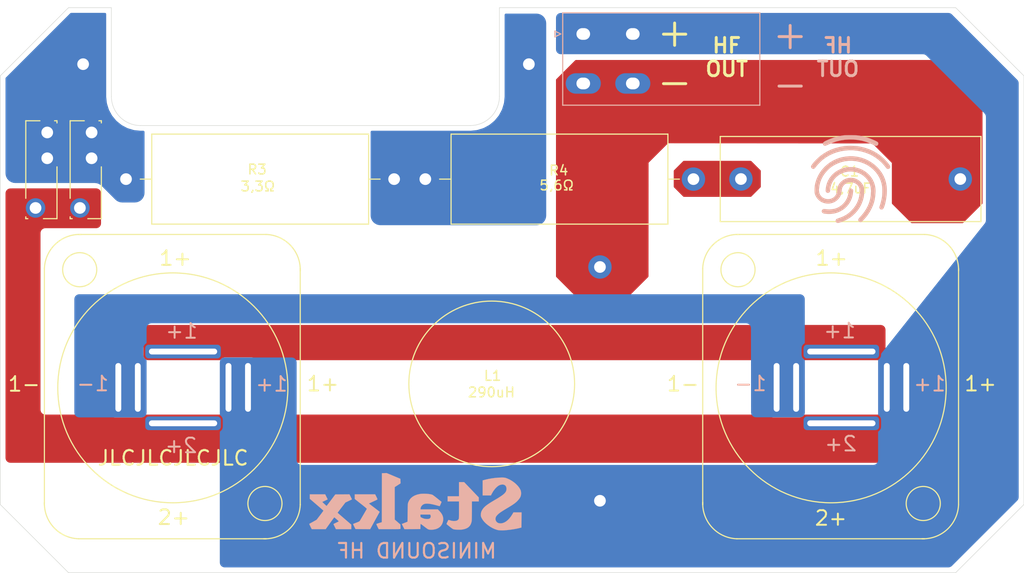
<source format=kicad_pcb>
(kicad_pcb (version 20171130) (host pcbnew "(5.1.9)-1")

  (general
    (thickness 1.6)
    (drawings 38)
    (tracks 0)
    (zones 0)
    (modules 12)
    (nets 9)
  )

  (page A4)
  (layers
    (0 F.Cu signal)
    (31 B.Cu signal)
    (32 B.Adhes user)
    (33 F.Adhes user)
    (34 B.Paste user)
    (35 F.Paste user)
    (36 B.SilkS user)
    (37 F.SilkS user)
    (38 B.Mask user)
    (39 F.Mask user)
    (40 Dwgs.User user)
    (41 Cmts.User user)
    (42 Eco1.User user)
    (43 Eco2.User user)
    (44 Edge.Cuts user)
    (45 Margin user)
    (46 B.CrtYd user)
    (47 F.CrtYd user)
    (48 B.Fab user)
    (49 F.Fab user)
  )

  (setup
    (last_trace_width 0.25)
    (user_trace_width 0.635)
    (user_trace_width 2.01)
    (trace_clearance 0.2)
    (zone_clearance 0.1)
    (zone_45_only no)
    (trace_min 0.2)
    (via_size 0.8)
    (via_drill 0.4)
    (via_min_size 0.4)
    (via_min_drill 0.3)
    (uvia_size 0.3)
    (uvia_drill 0.1)
    (uvias_allowed no)
    (uvia_min_size 0.2)
    (uvia_min_drill 0.1)
    (edge_width 0.05)
    (segment_width 0.2)
    (pcb_text_width 0.3)
    (pcb_text_size 1.5 1.5)
    (mod_edge_width 0.12)
    (mod_text_size 1 1)
    (mod_text_width 0.15)
    (pad_size 1.524 1.524)
    (pad_drill 0.762)
    (pad_to_mask_clearance 0)
    (aux_axis_origin 0 0)
    (visible_elements 7FFFFFFF)
    (pcbplotparams
      (layerselection 0x010fc_ffffffff)
      (usegerberextensions true)
      (usegerberattributes false)
      (usegerberadvancedattributes false)
      (creategerberjobfile false)
      (excludeedgelayer true)
      (linewidth 0.100000)
      (plotframeref false)
      (viasonmask false)
      (mode 1)
      (useauxorigin false)
      (hpglpennumber 1)
      (hpglpenspeed 20)
      (hpglpendiameter 15.000000)
      (psnegative false)
      (psa4output false)
      (plotreference true)
      (plotvalue false)
      (plotinvisibletext false)
      (padsonsilk false)
      (subtractmaskfromsilk true)
      (outputformat 1)
      (mirror false)
      (drillshape 0)
      (scaleselection 1)
      (outputdirectory "HF_gerbers/"))
  )

  (net 0 "")
  (net 1 "Net-(J1-Pad2+)")
  (net 2 "Net-(C1-Pad2)")
  (net 3 "Net-(J1-Pad1+)")
  (net 4 "Net-(J1-Pad1-)")
  (net 5 "Net-(J1-Pad2-)")
  (net 6 "Net-(C1-Pad1)")
  (net 7 "Net-(LA1-Pad1)")
  (net 8 "Net-(LA1-Pad2)")

  (net_class Default "This is the default net class."
    (clearance 0.2)
    (trace_width 0.25)
    (via_dia 0.8)
    (via_drill 0.4)
    (uvia_dia 0.3)
    (uvia_drill 0.1)
    (add_net "Net-(C1-Pad1)")
    (add_net "Net-(C1-Pad2)")
    (add_net "Net-(J1-Pad1+)")
    (add_net "Net-(J1-Pad1-)")
    (add_net "Net-(J1-Pad2+)")
    (add_net "Net-(J1-Pad2-)")
    (add_net "Net-(LA1-Pad1)")
    (add_net "Net-(LA1-Pad2)")
  )

  (module SpeakON:NL4MP-M3_double_left (layer F.Cu) (tedit 60CB5D2D) (tstamp 60A3C858)
    (at 105.27 55.3)
    (path /60A1DB57)
    (fp_text reference J2 (at 0 17.78) (layer Dwgs.User)
      (effects (font (size 1 1) (thickness 0.15)))
    )
    (fp_text value NL4MP-M3 (at 0 -10.16) (layer Dwgs.User)
      (effects (font (size 1 1) (thickness 0.15)))
    )
    (fp_line (start -9.6 19.1) (end 9.4 19.1) (layer F.Fab) (width 0.1))
    (fp_line (start 12.9 15.6) (end 12.9 -8.4) (layer F.Fab) (width 0.1))
    (fp_circle (center -9.6 -8.4) (end -7.85 -8.4) (layer F.Fab) (width 0.1))
    (fp_circle (center 9.4 15.6) (end 11.15 15.6) (layer F.SilkS) (width 0.12))
    (fp_line (start -13.22 15.72) (end -13.22 -8.52) (layer F.SilkS) (width 0.12))
    (fp_circle (center 9.4 15.6) (end 7.65 15.6) (layer F.Fab) (width 0.1))
    (fp_line (start -9.6 -11.9) (end 9.4 -11.9) (layer F.Fab) (width 0.1))
    (fp_line (start -9.72 -12.02) (end 9.52 -12.02) (layer F.SilkS) (width 0.12))
    (fp_line (start -13.6 19.6) (end -13.6 -12.4) (layer F.CrtYd) (width 0.05))
    (fp_line (start 13.02 15.72) (end 13.02 -8.52) (layer F.SilkS) (width 0.12))
    (fp_line (start -13.1 15.6) (end -13.1 -8.4) (layer F.Fab) (width 0.1))
    (fp_line (start -9.72 19.22) (end 9.52 19.22) (layer F.SilkS) (width 0.12))
    (fp_line (start -13.6 19.6) (end 13.4 19.6) (layer F.CrtYd) (width 0.05))
    (fp_circle (center -0.0492 3.727) (end 11.7508 3.727) (layer F.Fab) (width 0.1))
    (fp_line (start -13.6 -12.4) (end 13.4 -12.4) (layer F.CrtYd) (width 0.05))
    (fp_line (start 13.4 19.6) (end 13.4 -12.4) (layer F.CrtYd) (width 0.05))
    (fp_circle (center -0.0492 3.727) (end 11.7508 3.727) (layer F.SilkS) (width 0.12))
    (fp_circle (center -9.6 -8.4) (end -7.85 -8.4) (layer F.SilkS) (width 0.12))
    (fp_text user J1 (at 0 3.7) (layer Dwgs.User)
      (effects (font (size 1 1) (thickness 0.15)))
    )
    (fp_arc (start 9.4 -8.4) (end 9.52 -12.02) (angle 90) (layer F.SilkS) (width 0.12))
    (fp_arc (start -9.6 15.6) (end -9.72 19.22) (angle 90) (layer F.SilkS) (width 0.12))
    (fp_arc (start 9.4 -8.4) (end 9.4 -11.9) (angle 90) (layer F.Fab) (width 0.1))
    (fp_arc (start -9.6 -8.4) (end -13.22 -8.52) (angle 90) (layer F.SilkS) (width 0.12))
    (fp_arc (start -9.6 15.6) (end -9.6 19.1) (angle 90) (layer F.Fab) (width 0.1))
    (fp_arc (start 9.4 15.6) (end 13.02 15.72) (angle 90) (layer F.SilkS) (width 0.12))
    (fp_arc (start -9.6 -8.4) (end -13.1 -8.4) (angle 90) (layer F.Fab) (width 0.1))
    (fp_arc (start 9.4 15.6) (end 12.9 15.6) (angle 90) (layer F.Fab) (width 0.1))
    (pad 2- thru_hole roundrect (at 5.66 3.68 180) (size 3.4 5.75) (drill oval 0.6 5 (offset -1 0)) (layers *.Cu *.Mask) (roundrect_rratio 0.1)
      (net 5 "Net-(J1-Pad2-)"))
    (pad 1- thru_hole roundrect (at -5.64 3.68 180) (size 3.4 5.75) (drill oval 0.6 5 (offset -1 0)) (layers *.Cu *.Mask) (roundrect_rratio 0.1)
      (net 4 "Net-(J1-Pad1-)"))
    (pad 1- thru_hole roundrect (at -3.6388 3.683 180) (size 1.4 5.75) (drill oval 0.6 5) (layers *.Cu *.Mask) (roundrect_rratio 0.25)
      (net 4 "Net-(J1-Pad1-)"))
    (pad 2- thru_hole roundrect (at 7.66 3.68 180) (size 1.4 5.75) (drill oval 0.6 5) (layers *.Cu *.Mask) (roundrect_rratio 0.25)
      (net 5 "Net-(J1-Pad2-)"))
    (pad 1+ thru_hole roundrect (at 1 0 90) (size 1.4 7.75) (drill oval 0.6 7) (layers *.Cu *.Mask) (roundrect_rratio 0.25)
      (net 3 "Net-(J1-Pad1+)"))
    (pad 2+ thru_hole roundrect (at 1 7.366 270) (size 1.4 7.75) (drill oval 0.6 7) (layers *.Cu *.Mask) (roundrect_rratio 0.25)
      (net 1 "Net-(J1-Pad2+)"))
  )

  (module SpeakON:NL4MP-M3_double_left (layer F.Cu) (tedit 60CB5D2D) (tstamp 60CBE57A)
    (at 37.75 55.3)
    (path /60A21746)
    (fp_text reference J1 (at 0 17.78) (layer Dwgs.User)
      (effects (font (size 1 1) (thickness 0.15)))
    )
    (fp_text value NL4MP-M3 (at 0 -10.16) (layer Dwgs.User)
      (effects (font (size 1 1) (thickness 0.15)))
    )
    (fp_line (start -9.6 19.1) (end 9.4 19.1) (layer F.Fab) (width 0.1))
    (fp_line (start 12.9 15.6) (end 12.9 -8.4) (layer F.Fab) (width 0.1))
    (fp_circle (center -9.6 -8.4) (end -7.85 -8.4) (layer F.Fab) (width 0.1))
    (fp_circle (center 9.4 15.6) (end 11.15 15.6) (layer F.SilkS) (width 0.12))
    (fp_line (start -13.22 15.72) (end -13.22 -8.52) (layer F.SilkS) (width 0.12))
    (fp_circle (center 9.4 15.6) (end 7.65 15.6) (layer F.Fab) (width 0.1))
    (fp_line (start -9.6 -11.9) (end 9.4 -11.9) (layer F.Fab) (width 0.1))
    (fp_line (start -9.72 -12.02) (end 9.52 -12.02) (layer F.SilkS) (width 0.12))
    (fp_line (start -13.6 19.6) (end -13.6 -12.4) (layer F.CrtYd) (width 0.05))
    (fp_line (start 13.02 15.72) (end 13.02 -8.52) (layer F.SilkS) (width 0.12))
    (fp_line (start -13.1 15.6) (end -13.1 -8.4) (layer F.Fab) (width 0.1))
    (fp_line (start -9.72 19.22) (end 9.52 19.22) (layer F.SilkS) (width 0.12))
    (fp_line (start -13.6 19.6) (end 13.4 19.6) (layer F.CrtYd) (width 0.05))
    (fp_circle (center -0.0492 3.727) (end 11.7508 3.727) (layer F.Fab) (width 0.1))
    (fp_line (start -13.6 -12.4) (end 13.4 -12.4) (layer F.CrtYd) (width 0.05))
    (fp_line (start 13.4 19.6) (end 13.4 -12.4) (layer F.CrtYd) (width 0.05))
    (fp_circle (center -0.0492 3.727) (end 11.7508 3.727) (layer F.SilkS) (width 0.12))
    (fp_circle (center -9.6 -8.4) (end -7.85 -8.4) (layer F.SilkS) (width 0.12))
    (fp_text user J1 (at 0 3.7) (layer Dwgs.User)
      (effects (font (size 1 1) (thickness 0.15)))
    )
    (fp_arc (start 9.4 -8.4) (end 9.52 -12.02) (angle 90) (layer F.SilkS) (width 0.12))
    (fp_arc (start -9.6 15.6) (end -9.72 19.22) (angle 90) (layer F.SilkS) (width 0.12))
    (fp_arc (start 9.4 -8.4) (end 9.4 -11.9) (angle 90) (layer F.Fab) (width 0.1))
    (fp_arc (start -9.6 -8.4) (end -13.22 -8.52) (angle 90) (layer F.SilkS) (width 0.12))
    (fp_arc (start -9.6 15.6) (end -9.6 19.1) (angle 90) (layer F.Fab) (width 0.1))
    (fp_arc (start 9.4 15.6) (end 13.02 15.72) (angle 90) (layer F.SilkS) (width 0.12))
    (fp_arc (start -9.6 -8.4) (end -13.1 -8.4) (angle 90) (layer F.Fab) (width 0.1))
    (fp_arc (start 9.4 15.6) (end 12.9 15.6) (angle 90) (layer F.Fab) (width 0.1))
    (pad 2- thru_hole roundrect (at 5.66 3.68 180) (size 3.4 5.75) (drill oval 0.6 5 (offset -1 0)) (layers *.Cu *.Mask) (roundrect_rratio 0.1)
      (net 5 "Net-(J1-Pad2-)"))
    (pad 1- thru_hole roundrect (at -5.64 3.68 180) (size 3.4 5.75) (drill oval 0.6 5 (offset -1 0)) (layers *.Cu *.Mask) (roundrect_rratio 0.1)
      (net 4 "Net-(J1-Pad1-)"))
    (pad 1- thru_hole roundrect (at -3.6388 3.683 180) (size 1.4 5.75) (drill oval 0.6 5) (layers *.Cu *.Mask) (roundrect_rratio 0.25)
      (net 4 "Net-(J1-Pad1-)"))
    (pad 2- thru_hole roundrect (at 7.66 3.68 180) (size 1.4 5.75) (drill oval 0.6 5) (layers *.Cu *.Mask) (roundrect_rratio 0.25)
      (net 5 "Net-(J1-Pad2-)"))
    (pad 1+ thru_hole roundrect (at 1 0 90) (size 1.4 7.75) (drill oval 0.6 7) (layers *.Cu *.Mask) (roundrect_rratio 0.25)
      (net 3 "Net-(J1-Pad1+)"))
    (pad 2+ thru_hole roundrect (at 1 7.366 270) (size 1.4 7.75) (drill oval 0.6 7) (layers *.Cu *.Mask) (roundrect_rratio 0.25)
      (net 1 "Net-(J1-Pad2+)"))
  )

  (module RES:ptc_7.2mm_larger (layer F.Cu) (tedit 60CB5893) (tstamp 60A20184)
    (at 29.37 35.46 270)
    (path /60A11920)
    (fp_text reference R1 (at 1.4 -1.86 90) (layer Dwgs.User)
      (effects (font (size 1 1) (thickness 0.15)))
    )
    (fp_text value 100mΩ (at 1.45 3.13 90) (layer F.Fab)
      (effects (font (size 1 1) (thickness 0.15)))
    )
    (fp_line (start -4.01 2.35) (end 6.35 2.35) (layer F.CrtYd) (width 0.05))
    (fp_line (start 6.1 2.1) (end 6.1 -0.9) (layer F.Fab) (width 0.1))
    (fp_line (start 6.01 2.2) (end 6.2 2.2) (layer F.SilkS) (width 0.12))
    (fp_line (start 6.2 1.99) (end 6.2 2.2) (layer F.SilkS) (width 0.12))
    (fp_line (start -3.851 -1) (end -3.63 -1) (layer F.SilkS) (width 0.12))
    (fp_line (start -3.74 2.1) (end 6.1 2.1) (layer F.Fab) (width 0.1))
    (fp_line (start -3.85 2.2) (end 4.11 2.2) (layer F.SilkS) (width 0.12))
    (fp_line (start 6.35 -1.15) (end -4.01 -1.15) (layer F.CrtYd) (width 0.05))
    (fp_line (start 0.879 -1) (end 6.2 -1) (layer F.SilkS) (width 0.12))
    (fp_line (start 6.1 -0.9) (end -3.74 -0.9) (layer F.Fab) (width 0.1))
    (fp_line (start -3.74 -0.9) (end -3.74 2.1) (layer F.Fab) (width 0.1))
    (fp_line (start -4.01 -1.15) (end -4.01 2.35) (layer F.CrtYd) (width 0.05))
    (fp_line (start 6.2 -1) (end 6.2 0.39) (layer F.SilkS) (width 0.12))
    (fp_line (start 6.35 2.35) (end 6.35 -1.15) (layer F.CrtYd) (width 0.05))
    (fp_line (start -3.85 -1) (end -3.85 -0.75) (layer F.SilkS) (width 0.12))
    (fp_line (start -3.85 0.75) (end -3.85 2.2) (layer F.SilkS) (width 0.12))
    (pad 1 thru_hole circle (at 0 0 270) (size 2 2) (drill 1.2) (layers *.Cu *.Mask)
      (net 7 "Net-(LA1-Pad1)"))
    (pad 2 thru_hole circle (at 5.1 1.2 270) (size 2 2) (drill 1.2) (layers *.Cu *.Mask)
      (net 1 "Net-(J1-Pad2+)"))
    (pad 1 thru_hole circle (at -2.65 0 270) (size 2 2) (drill 1.2) (layers *.Cu *.Mask)
      (net 7 "Net-(LA1-Pad1)"))
  )

  (module RES:ptc_7.2mm_larger (layer F.Cu) (tedit 60CB5893) (tstamp 60A1F8F6)
    (at 24.82 35.46 270)
    (path /60A11F15)
    (fp_text reference R2 (at 1.4 -1.86 90) (layer Dwgs.User)
      (effects (font (size 1 1) (thickness 0.15)))
    )
    (fp_text value 100mΩ (at 1.45 3.13 90) (layer Dwgs.User)
      (effects (font (size 1 1) (thickness 0.15)))
    )
    (fp_line (start -4.01 2.35) (end 6.35 2.35) (layer F.CrtYd) (width 0.05))
    (fp_line (start 6.1 2.1) (end 6.1 -0.9) (layer F.Fab) (width 0.1))
    (fp_line (start 6.01 2.2) (end 6.2 2.2) (layer F.SilkS) (width 0.12))
    (fp_line (start 6.2 1.99) (end 6.2 2.2) (layer F.SilkS) (width 0.12))
    (fp_line (start -3.851 -1) (end -3.63 -1) (layer F.SilkS) (width 0.12))
    (fp_line (start -3.74 2.1) (end 6.1 2.1) (layer F.Fab) (width 0.1))
    (fp_line (start -3.85 2.2) (end 4.11 2.2) (layer F.SilkS) (width 0.12))
    (fp_line (start 6.35 -1.15) (end -4.01 -1.15) (layer F.CrtYd) (width 0.05))
    (fp_line (start 0.879 -1) (end 6.2 -1) (layer F.SilkS) (width 0.12))
    (fp_line (start 6.1 -0.9) (end -3.74 -0.9) (layer F.Fab) (width 0.1))
    (fp_line (start -3.74 -0.9) (end -3.74 2.1) (layer F.Fab) (width 0.1))
    (fp_line (start -4.01 -1.15) (end -4.01 2.35) (layer F.CrtYd) (width 0.05))
    (fp_line (start 6.2 -1) (end 6.2 0.39) (layer F.SilkS) (width 0.12))
    (fp_line (start 6.35 2.35) (end 6.35 -1.15) (layer F.CrtYd) (width 0.05))
    (fp_line (start -3.85 -1) (end -3.85 -0.75) (layer F.SilkS) (width 0.12))
    (fp_line (start -3.85 0.75) (end -3.85 2.2) (layer F.SilkS) (width 0.12))
    (pad 1 thru_hole circle (at 0 0 270) (size 2 2) (drill 1.2) (layers *.Cu *.Mask)
      (net 7 "Net-(LA1-Pad1)"))
    (pad 2 thru_hole circle (at 5.1 1.2 270) (size 2 2) (drill 1.2) (layers *.Cu *.Mask)
      (net 1 "Net-(J1-Pad2+)"))
    (pad 1 thru_hole circle (at -2.65 0 270) (size 2 2) (drill 1.2) (layers *.Cu *.Mask)
      (net 7 "Net-(LA1-Pad1)"))
  )

  (module RES:inductor_40mm (layer F.Cu) (tedit 60AC24A4) (tstamp 60A49CB2)
    (at 70.51 58.62 270)
    (path /60A128DA)
    (fp_text reference L1 (at -0.83 0.01 180) (layer F.SilkS)
      (effects (font (size 1 1) (thickness 0.15)))
    )
    (fp_text value 290uH (at 0.87 0.13 180) (layer F.SilkS)
      (effects (font (size 1 1) (thickness 0.15)))
    )
    (fp_circle (center 0 0.1) (end 8.5 0.1) (layer F.SilkS) (width 0.12))
    (pad 2 thru_hole circle (at 12 -11 270) (size 2.4 2.4) (drill 1.2) (layers *.Cu *.Mask)
      (net 5 "Net-(J1-Pad2-)"))
    (pad 1 thru_hole circle (at -12 -11 270) (size 2.4 2.4) (drill 1.2) (layers *.Cu *.Mask)
      (net 6 "Net-(C1-Pad1)"))
  )

  (module PassiveFilters:fp02 (layer B.Cu) (tedit 0) (tstamp 60A9ECCE)
    (at 107.22 37.59 180)
    (fp_text reference G*** (at 0 0) (layer Dwgs.User) hide
      (effects (font (size 1.524 1.524) (thickness 0.3)))
    )
    (fp_text value LOGO (at 0.75 0) (layer Dwgs.User) hide
      (effects (font (size 1.524 1.524) (thickness 0.3)))
    )
    (fp_poly (pts (xy 0.207835 4.495899) (xy 0.359011 4.494816) (xy 0.481535 4.492693) (xy 0.582246 4.489123)
      (xy 0.667984 4.483701) (xy 0.745591 4.476019) (xy 0.821905 4.465673) (xy 0.903768 4.452257)
      (xy 0.973667 4.439799) (xy 1.363013 4.355582) (xy 1.74374 4.244707) (xy 2.12725 4.104335)
      (xy 2.328033 4.021808) (xy 2.491277 3.949537) (xy 2.61991 3.88535) (xy 2.716862 3.827077)
      (xy 2.785059 3.772544) (xy 2.827433 3.71958) (xy 2.846909 3.666014) (xy 2.846419 3.609672)
      (xy 2.838699 3.576715) (xy 2.795034 3.491064) (xy 2.727721 3.432544) (xy 2.6452 3.408138)
      (xy 2.634593 3.407833) (xy 2.587046 3.416881) (xy 2.511852 3.441615) (xy 2.419044 3.478417)
      (xy 2.335823 3.515538) (xy 2.217096 3.569801) (xy 2.084776 3.628074) (xy 1.958734 3.681692)
      (xy 1.894417 3.708014) (xy 1.477041 3.852695) (xy 1.04565 3.959198) (xy 0.60416 4.027696)
      (xy 0.156488 4.058359) (xy -0.293449 4.051357) (xy -0.741734 4.006862) (xy -1.184451 3.925043)
      (xy -1.617682 3.806072) (xy -2.037511 3.65012) (xy -2.309973 3.524717) (xy -2.440212 3.463205)
      (xy -2.541652 3.4245) (xy -2.620666 3.407846) (xy -2.683627 3.412489) (xy -2.736906 3.437674)
      (xy -2.774461 3.469705) (xy -2.826875 3.549569) (xy -2.841743 3.640889) (xy -2.818151 3.733897)
      (xy -2.801968 3.762986) (xy -2.762173 3.800774) (xy -2.687424 3.848689) (xy -2.583234 3.904427)
      (xy -2.455116 3.965687) (xy -2.308582 4.030164) (xy -2.149147 4.095558) (xy -1.982323 4.159564)
      (xy -1.813624 4.21988) (xy -1.648562 4.274204) (xy -1.492651 4.320233) (xy -1.424905 4.338143)
      (xy -1.246987 4.381846) (xy -1.089848 4.416888) (xy -0.945176 4.44418) (xy -0.804662 4.46463)
      (xy -0.659996 4.479148) (xy -0.502867 4.488643) (xy -0.324965 4.494024) (xy -0.117981 4.4962)
      (xy 0.021167 4.496348) (xy 0.207835 4.495899)) (layer B.SilkS) (width 0.01))
    (fp_poly (pts (xy 0.355997 3.399779) (xy 0.540932 3.387628) (xy 0.635 3.377359) (xy 1.104571 3.296749)
      (xy 1.551047 3.180746) (xy 1.974764 3.029215) (xy 2.376057 2.842022) (xy 2.755259 2.619033)
      (xy 3.051188 2.408427) (xy 3.187896 2.297506) (xy 3.326835 2.174974) (xy 3.464211 2.045067)
      (xy 3.596235 1.912017) (xy 3.719113 1.78006) (xy 3.829054 1.65343) (xy 3.922267 1.53636)
      (xy 3.99496 1.433086) (xy 4.04334 1.347842) (xy 4.063617 1.284861) (xy 4.064 1.277405)
      (xy 4.045479 1.193648) (xy 3.997218 1.117042) (xy 3.937693 1.069275) (xy 3.869079 1.042001)
      (xy 3.806737 1.038262) (xy 3.745076 1.060976) (xy 3.678507 1.113065) (xy 3.601439 1.197449)
      (xy 3.537427 1.278377) (xy 3.408303 1.436047) (xy 3.255518 1.60374) (xy 3.091262 1.768967)
      (xy 2.927727 1.919237) (xy 2.839532 1.993391) (xy 2.507372 2.234827) (xy 2.152793 2.442208)
      (xy 1.779037 2.61515) (xy 1.389344 2.753268) (xy 0.986958 2.856179) (xy 0.575117 2.923497)
      (xy 0.157065 2.954839) (xy -0.263958 2.949821) (xy -0.684711 2.908057) (xy -1.101952 2.829163)
      (xy -1.51244 2.712755) (xy -1.912934 2.55845) (xy -1.915583 2.557284) (xy -2.247995 2.390467)
      (xy -2.572343 2.188019) (xy -2.881103 1.955803) (xy -3.166751 1.699684) (xy -3.421761 1.425525)
      (xy -3.513666 1.311911) (xy -3.593042 1.210137) (xy -3.652483 1.137209) (xy -3.697744 1.088324)
      (xy -3.734579 1.058681) (xy -3.768743 1.043477) (xy -3.80599 1.037909) (xy -3.842879 1.037166)
      (xy -3.911913 1.042415) (xy -3.960442 1.063962) (xy -4.002591 1.102905) (xy -4.041904 1.154567)
      (xy -4.062248 1.208834) (xy -4.061946 1.269555) (xy -4.039323 1.340577) (xy -3.992704 1.425748)
      (xy -3.920413 1.528916) (xy -3.820776 1.653928) (xy -3.702003 1.793281) (xy -3.398768 2.110139)
      (xy -3.069119 2.394017) (xy -2.713442 2.644704) (xy -2.332126 2.861987) (xy -1.925556 3.045656)
      (xy -1.494119 3.1955) (xy -1.038201 3.311308) (xy -0.85725 3.346591) (xy -0.696898 3.36935)
      (xy -0.505352 3.386849) (xy -0.29345 3.398865) (xy -0.072033 3.405174) (xy 0.148063 3.405553)
      (xy 0.355997 3.399779)) (layer B.SilkS) (width 0.01))
    (fp_poly (pts (xy 0.06952 -0.998613) (xy 0.099243 -1.014978) (xy 0.155173 -1.067324) (xy 0.191168 -1.146551)
      (xy 0.20893 -1.257529) (xy 0.211549 -1.336078) (xy 0.221605 -1.454506) (xy 0.249235 -1.596799)
      (xy 0.290934 -1.75011) (xy 0.3432 -1.901591) (xy 0.402529 -2.038394) (xy 0.403739 -2.040842)
      (xy 0.540581 -2.272344) (xy 0.709864 -2.484199) (xy 0.906264 -2.671952) (xy 1.124456 -2.831152)
      (xy 1.359115 -2.957344) (xy 1.604915 -3.046074) (xy 1.606065 -3.046389) (xy 1.887727 -3.102792)
      (xy 2.183062 -3.122747) (xy 2.447783 -3.109557) (xy 2.574957 -3.096675) (xy 2.667663 -3.088933)
      (xy 2.733458 -3.086388) (xy 2.779902 -3.089094) (xy 2.814552 -3.097106) (xy 2.844967 -3.110482)
      (xy 2.848787 -3.112501) (xy 2.895297 -3.154846) (xy 2.936106 -3.220178) (xy 2.96049 -3.289449)
      (xy 2.963254 -3.315782) (xy 2.947396 -3.375453) (xy 2.908159 -3.440661) (xy 2.857734 -3.493996)
      (xy 2.824265 -3.514231) (xy 2.730734 -3.53981) (xy 2.60422 -3.559846) (xy 2.453786 -3.573711)
      (xy 2.288495 -3.58078) (xy 2.117412 -3.580424) (xy 1.9685 -3.573419) (xy 1.663562 -3.531434)
      (xy 1.371272 -3.451255) (xy 1.094379 -3.335655) (xy 0.835634 -3.187404) (xy 0.597785 -3.009274)
      (xy 0.383583 -2.804035) (xy 0.195778 -2.57446) (xy 0.037118 -2.32332) (xy -0.089647 -2.053385)
      (xy -0.181766 -1.767428) (xy -0.23649 -1.46822) (xy -0.247631 -1.339807) (xy -0.260263 -1.123864)
      (xy -0.185165 -1.048765) (xy -0.104523 -0.990129) (xy -0.020445 -0.973508) (xy 0.06952 -0.998613)) (layer B.SilkS) (width 0.01))
    (fp_poly (pts (xy 0.230674 1.219745) (xy 0.39034 1.205149) (xy 0.450637 1.1961) (xy 0.767212 1.120586)
      (xy 1.070288 1.007927) (xy 1.355461 0.860569) (xy 1.618328 0.680958) (xy 1.854482 0.47154)
      (xy 1.959621 0.358199) (xy 2.15649 0.102083) (xy 2.31342 -0.167345) (xy 2.431242 -0.451995)
      (xy 2.510785 -0.753779) (xy 2.545608 -0.990398) (xy 2.555685 -1.096324) (xy 2.560179 -1.169858)
      (xy 2.558662 -1.220626) (xy 2.550704 -1.258253) (xy 2.535876 -1.292366) (xy 2.531793 -1.300087)
      (xy 2.470737 -1.375573) (xy 2.392523 -1.417705) (xy 2.306503 -1.42496) (xy 2.222029 -1.395817)
      (xy 2.174045 -1.358315) (xy 2.144268 -1.325649) (xy 2.124417 -1.292217) (xy 2.111429 -1.247583)
      (xy 2.10224 -1.181312) (xy 2.093991 -1.085617) (xy 2.082789 -0.975972) (xy 2.066876 -0.863783)
      (xy 2.049064 -0.767924) (xy 2.042465 -0.740025) (xy 1.953585 -0.478104) (xy 1.828997 -0.234433)
      (xy 1.672224 -0.011354) (xy 1.486789 0.18879) (xy 1.276215 0.363657) (xy 1.044027 0.510902)
      (xy 0.793746 0.628185) (xy 0.528896 0.713162) (xy 0.253 0.76349) (xy -0.030419 0.776828)
      (xy -0.219767 0.764242) (xy -0.523663 0.711996) (xy -0.803432 0.625717) (xy -1.061762 0.504128)
      (xy -1.301342 0.34595) (xy -1.524861 0.149909) (xy -1.53527 0.139486) (xy -1.722402 -0.074493)
      (xy -1.870342 -0.301081) (xy -1.980166 -0.542955) (xy -2.052951 -0.802796) (xy -2.089775 -1.083284)
      (xy -2.095087 -1.253233) (xy -2.07552 -1.640938) (xy -2.017693 -2.014831) (xy -1.921035 -2.376251)
      (xy -1.784971 -2.726539) (xy -1.608931 -3.067036) (xy -1.392342 -3.399083) (xy -1.134631 -3.72402)
      (xy -0.95704 -3.919262) (xy -0.870717 -4.015903) (xy -0.81565 -4.094745) (xy -0.788819 -4.162836)
      (xy -0.787204 -4.227224) (xy -0.802095 -4.280949) (xy -0.842867 -4.339241) (xy -0.90858 -4.389082)
      (xy -0.98195 -4.419001) (xy -1.016 -4.422907) (xy -1.074278 -4.41203) (xy -1.126105 -4.391094)
      (xy -1.167087 -4.359865) (xy -1.228845 -4.301482) (xy -1.305939 -4.222031) (xy -1.392928 -4.127597)
      (xy -1.484374 -4.024265) (xy -1.574837 -3.918123) (xy -1.658877 -3.815254) (xy -1.731054 -3.721746)
      (xy -1.7596 -3.68238) (xy -1.974932 -3.35008) (xy -2.158079 -3.010221) (xy -2.305902 -2.669139)
      (xy -2.399043 -2.391302) (xy -2.451751 -2.180102) (xy -2.494953 -1.948793) (xy -2.527592 -1.708104)
      (xy -2.54861 -1.468764) (xy -2.556949 -1.241503) (xy -2.55155 -1.037048) (xy -2.542333 -0.938132)
      (xy -2.483651 -0.630448) (xy -2.386864 -0.337318) (xy -2.254463 -0.06128) (xy -2.088936 0.195125)
      (xy -1.892771 0.429359) (xy -1.668459 0.638881) (xy -1.418487 0.821152) (xy -1.145346 0.973632)
      (xy -0.851523 1.093782) (xy -0.539507 1.179062) (xy -0.450637 1.1961) (xy -0.304443 1.214315)
      (xy -0.131983 1.224328) (xy 0.051477 1.226138) (xy 0.230674 1.219745)) (layer B.SilkS) (width 0.01))
    (fp_poly (pts (xy 0.444986 2.312179) (xy 0.842458 2.244482) (xy 1.058334 2.190366) (xy 1.423148 2.067288)
      (xy 1.769648 1.908373) (xy 2.095496 1.716077) (xy 2.398355 1.492856) (xy 2.675886 1.241168)
      (xy 2.925751 0.963469) (xy 3.145612 0.662216) (xy 3.333131 0.339865) (xy 3.48597 -0.001126)
      (xy 3.601791 -0.358302) (xy 3.641207 -0.523636) (xy 3.666804 -0.671808) (xy 3.685431 -0.836284)
      (xy 3.696726 -1.006479) (xy 3.700323 -1.171807) (xy 3.695862 -1.321683) (xy 3.682977 -1.445522)
      (xy 3.674354 -1.489852) (xy 3.609604 -1.680142) (xy 3.509238 -1.866305) (xy 3.379771 -2.040082)
      (xy 3.227717 -2.193212) (xy 3.059591 -2.317437) (xy 2.99086 -2.356377) (xy 2.764319 -2.451327)
      (xy 2.532305 -2.506409) (xy 2.299118 -2.522704) (xy 2.069057 -2.501291) (xy 1.846424 -2.443248)
      (xy 1.635517 -2.349654) (xy 1.440638 -2.22159) (xy 1.266085 -2.060134) (xy 1.131673 -1.889762)
      (xy 1.040325 -1.726615) (xy 0.976272 -1.544833) (xy 0.936955 -1.33658) (xy 0.930055 -1.27274)
      (xy 0.911957 -1.114622) (xy 0.888617 -0.988941) (xy 0.857005 -0.885859) (xy 0.814088 -0.795535)
      (xy 0.756833 -0.70813) (xy 0.755496 -0.706311) (xy 0.625924 -0.564808) (xy 0.471121 -0.453967)
      (xy 0.297312 -0.376117) (xy 0.110719 -0.333583) (xy -0.082437 -0.328695) (xy -0.206691 -0.346411)
      (xy -0.401389 -0.406871) (xy -0.571203 -0.499475) (xy -0.713432 -0.621596) (xy -0.825373 -0.770605)
      (xy -0.904325 -0.943875) (xy -0.933728 -1.053442) (xy -0.945349 -1.125154) (xy -0.950007 -1.201557)
      (xy -0.947771 -1.294234) (xy -0.93871 -1.414769) (xy -0.936043 -1.443685) (xy -0.883525 -1.796116)
      (xy -0.794074 -2.128154) (xy -0.667159 -2.440885) (xy -0.502247 -2.7354) (xy -0.298808 -3.012785)
      (xy -0.056309 -3.274128) (xy -0.028392 -3.300842) (xy 0.203787 -3.501917) (xy 0.444746 -3.671864)
      (xy 0.703299 -3.815847) (xy 0.988261 -3.939028) (xy 1.171978 -4.003917) (xy 1.271756 -4.037833)
      (xy 1.358387 -4.069421) (xy 1.42303 -4.09531) (xy 1.456844 -4.112129) (xy 1.457956 -4.112984)
      (xy 1.486508 -4.149079) (xy 1.515434 -4.203311) (xy 1.517738 -4.20869) (xy 1.533316 -4.296973)
      (xy 1.511317 -4.384033) (xy 1.455107 -4.457884) (xy 1.44553 -4.465836) (xy 1.393816 -4.494082)
      (xy 1.328296 -4.50491) (xy 1.243123 -4.497799) (xy 1.132455 -4.472225) (xy 0.990446 -4.427664)
      (xy 0.980323 -4.424212) (xy 0.665251 -4.303158) (xy 0.379647 -4.16419) (xy 0.112271 -4.001)
      (xy -0.148118 -3.807284) (xy -0.209 -3.757079) (xy -0.481651 -3.501489) (xy -0.722526 -3.219893)
      (xy -0.929565 -2.915304) (xy -1.100706 -2.590735) (xy -1.227971 -2.26721) (xy -1.284734 -2.087384)
      (xy -1.32632 -1.931345) (xy -1.355387 -1.784486) (xy -1.374594 -1.632203) (xy -1.386599 -1.459888)
      (xy -1.390215 -1.375834) (xy -1.394353 -1.209202) (xy -1.391813 -1.074803) (xy -1.380953 -0.962834)
      (xy -1.360132 -0.863494) (xy -1.327709 -0.766983) (xy -1.282041 -0.6635) (xy -1.265087 -0.628773)
      (xy -1.148954 -0.440885) (xy -0.999119 -0.272421) (xy -0.821489 -0.127864) (xy -0.62197 -0.011698)
      (xy -0.406469 0.071595) (xy -0.309602 0.096353) (xy -0.076265 0.126073) (xy 0.156206 0.116289)
      (xy 0.382788 0.069237) (xy 0.598461 -0.012846) (xy 0.798205 -0.127726) (xy 0.976997 -0.273165)
      (xy 1.129819 -0.446928) (xy 1.218656 -0.584226) (xy 1.272977 -0.699904) (xy 1.319995 -0.835354)
      (xy 1.355163 -0.974339) (xy 1.373933 -1.100626) (xy 1.375834 -1.145344) (xy 1.395432 -1.337233)
      (xy 1.451392 -1.513934) (xy 1.53946 -1.672198) (xy 1.655382 -1.808777) (xy 1.794906 -1.920422)
      (xy 1.953777 -2.003885) (xy 2.127743 -2.055916) (xy 2.31255 -2.073266) (xy 2.503944 -2.052689)
      (xy 2.549704 -2.041923) (xy 2.74423 -1.971815) (xy 2.909874 -1.871692) (xy 3.044905 -1.744016)
      (xy 3.147592 -1.591254) (xy 3.216205 -1.415869) (xy 3.249012 -1.220326) (xy 3.248065 -1.04775)
      (xy 3.201363 -0.682902) (xy 3.118789 -0.340017) (xy 2.99956 -0.017374) (xy 2.842892 0.286748)
      (xy 2.648002 0.574069) (xy 2.414105 0.846312) (xy 2.360804 0.90088) (xy 2.263136 0.995095)
      (xy 2.158429 1.089938) (xy 2.057741 1.175759) (xy 1.97213 1.242908) (xy 1.953706 1.256117)
      (xy 1.630339 1.456616) (xy 1.291396 1.618776) (xy 0.939915 1.742151) (xy 0.578934 1.826299)
      (xy 0.211492 1.870774) (xy -0.159373 1.875131) (xy -0.530624 1.838928) (xy -0.899221 1.761719)
      (xy -1.097527 1.702344) (xy -1.439583 1.56838) (xy -1.758649 1.402421) (xy -2.052711 1.206746)
      (xy -2.319756 0.983633) (xy -2.557768 0.735362) (xy -2.764734 0.464212) (xy -2.938639 0.172463)
      (xy -3.077469 -0.137608) (xy -3.179211 -0.463721) (xy -3.228668 -0.709084) (xy -3.243968 -0.846296)
      (xy -3.253021 -1.014008) (xy -3.256022 -1.200879) (xy -3.25317 -1.395569) (xy -3.244659 -1.586737)
      (xy -3.230687 -1.763044) (xy -3.211449 -1.913147) (xy -3.207399 -1.93675) (xy -3.174624 -2.097938)
      (xy -3.131641 -2.279092) (xy -3.082746 -2.463793) (xy -3.032233 -2.63562) (xy -2.995022 -2.748587)
      (xy -2.967207 -2.833074) (xy -2.954154 -2.891315) (xy -2.954122 -2.936049) (xy -2.963954 -2.975798)
      (xy -3.009725 -3.057474) (xy -3.077927 -3.110912) (xy -3.158853 -3.133426) (xy -3.242796 -3.122329)
      (xy -3.320051 -3.074937) (xy -3.320559 -3.074459) (xy -3.368298 -3.010274) (xy -3.41767 -2.909165)
      (xy -3.467365 -2.776438) (xy -3.51607 -2.617401) (xy -3.562473 -2.437359) (xy -3.605263 -2.24162)
      (xy -3.643129 -2.035489) (xy -3.674759 -1.824275) (xy -3.698841 -1.613282) (xy -3.707764 -1.507869)
      (xy -3.718343 -1.107014) (xy -3.689725 -0.721847) (xy -3.621996 -0.352613) (xy -3.515243 0.00044)
      (xy -3.369553 0.337063) (xy -3.185013 0.657011) (xy -2.961709 0.960036) (xy -2.763481 1.181599)
      (xy -2.471341 1.453538) (xy -2.156973 1.690519) (xy -1.823007 1.891845) (xy -1.472074 2.056824)
      (xy -1.106807 2.184759) (xy -0.729836 2.274957) (xy -0.343792 2.326722) (xy 0.048692 2.339361)
      (xy 0.444986 2.312179)) (layer B.SilkS) (width 0.01))
  )

  (module RES:Faston_DUAL_01x02_P5.08mm_D5.08mm (layer B.Cu) (tedit 60A97822) (tstamp 60A54FFA)
    (at 79.8 22.7 270)
    (path /60A4FD2F)
    (fp_text reference J3 (at 2.94 3.15 90) (layer Dwgs.User)
      (effects (font (size 1 1) (thickness 0.15)) (justify mirror))
    )
    (fp_text value Conn_01x02_Male (at 3.28 -19.37 90) (layer Dwgs.User)
      (effects (font (size 1 1) (thickness 0.15)) (justify mirror))
    )
    (fp_line (start 0 0.5) (end -0.95 2) (layer B.Fab) (width 0.1))
    (fp_line (start -0.3 2.91) (end 0.3 2.91) (layer B.SilkS) (width 0.12))
    (fp_line (start 7.7 2.5) (end -2.56 2.5) (layer B.CrtYd) (width 0.05))
    (fp_line (start -2.06 -18) (end 7.2 -18) (layer B.Fab) (width 0.1))
    (fp_line (start 0 2.31) (end -0.3 2.91) (layer B.SilkS) (width 0.12))
    (fp_line (start 7.2 2) (end -2.06 2) (layer B.Fab) (width 0.1))
    (fp_line (start 7.7 -18.5) (end 7.7 2.5) (layer B.CrtYd) (width 0.05))
    (fp_line (start 0.95 2) (end 0 0.5) (layer B.Fab) (width 0.1))
    (fp_line (start -2.56 -18.5) (end 7.7 -18.5) (layer B.CrtYd) (width 0.05))
    (fp_line (start -2.17 -18.11) (end 7.31 -18.11) (layer B.SilkS) (width 0.12))
    (fp_line (start -2.06 2) (end -2.06 -18) (layer B.Fab) (width 0.1))
    (fp_line (start 7.31 2.11) (end -2.17 2.11) (layer B.SilkS) (width 0.12))
    (fp_line (start -2.17 2.11) (end -2.17 -18.11) (layer B.SilkS) (width 0.12))
    (fp_line (start 0.3 2.91) (end 0 2.31) (layer B.SilkS) (width 0.12))
    (fp_line (start 7.31 -18.11) (end 7.31 2.11) (layer B.SilkS) (width 0.12))
    (fp_line (start 7.2 -18) (end 7.2 2) (layer B.Fab) (width 0.1))
    (fp_line (start -2.56 2.5) (end -2.56 -18.5) (layer B.CrtYd) (width 0.05))
    (pad 1 thru_hole roundrect (at 0 0 270) (size 2.1 3.6) (drill oval 1.2 1.4) (layers *.Cu *.Mask) (roundrect_rratio 0.119)
      (net 5 "Net-(J1-Pad2-)"))
    (pad 2 thru_hole oval (at 5.08 -5.08 270) (size 2.1 3.6) (drill oval 1.2 1.4) (layers *.Cu *.Mask)
      (net 6 "Net-(C1-Pad1)"))
    (pad 1 thru_hole oval (at 0 -5.08 270) (size 2.1 3.6) (drill oval 1.2 1.4) (layers *.Cu *.Mask)
      (net 5 "Net-(J1-Pad2-)"))
    (pad 2 thru_hole oval (at 5.08 0 270) (size 2.1 3.6) (drill oval 1.2 1.4) (layers *.Cu *.Mask)
      (net 6 "Net-(C1-Pad1)"))
  )

  (module PassiveFilters:stakx_small_fp (layer B.Cu) (tedit 0) (tstamp 60A9E6AD)
    (at 62.71 70.71 180)
    (fp_text reference G*** (at 0 0) (layer Dwgs.User) hide
      (effects (font (size 1.524 1.524) (thickness 0.3)) (justify mirror))
    )
    (fp_text value LOGO (at 0.75 0) (layer Dwgs.User) hide
      (effects (font (size 1.524 1.524) (thickness 0.3)) (justify mirror))
    )
    (fp_poly (pts (xy 7.617249 0.744432) (xy 8.344904 0.738629) (xy 8.786124 0.149365) (xy 8.891539 0.008994)
      (xy 8.988581 -0.119436) (xy 9.074103 -0.23182) (xy 9.144956 -0.324052) (xy 9.197992 -0.392027)
      (xy 9.230061 -0.431641) (xy 9.238368 -0.440299) (xy 9.257612 -0.426218) (xy 9.302686 -0.387338)
      (xy 9.367388 -0.32917) (xy 9.445519 -0.257222) (xy 9.467958 -0.236293) (xy 9.686523 -0.031886)
      (xy 9.407324 0.097985) (xy 9.306764 0.14524) (xy 9.222293 0.185847) (xy 9.161097 0.216281)
      (xy 9.13036 0.233016) (xy 9.128125 0.234953) (xy 9.137384 0.256212) (xy 9.162695 0.309266)
      (xy 9.200363 0.386484) (xy 9.246693 0.480231) (xy 9.254461 0.495851) (xy 9.380797 0.749653)
      (xy 10.95816 0.749653) (xy 10.95816 0.291545) (xy 10.743186 0.106173) (xy 10.667535 0.040942)
      (xy 10.565577 -0.046968) (xy 10.444405 -0.151443) (xy 10.311112 -0.266366) (xy 10.17279 -0.385623)
      (xy 10.05005 -0.491444) (xy 9.926824 -0.597946) (xy 9.814654 -0.695394) (xy 9.717852 -0.780005)
      (xy 9.640728 -0.847992) (xy 9.587592 -0.89557) (xy 9.562755 -0.918955) (xy 9.561571 -0.920381)
      (xy 9.571732 -0.941576) (xy 9.605636 -0.99279) (xy 9.659874 -1.069301) (xy 9.731034 -1.166383)
      (xy 9.815705 -1.279313) (xy 9.907951 -1.40009) (xy 10.264646 -1.863107) (xy 10.627896 -2.067042)
      (xy 10.742851 -2.131359) (xy 10.844879 -2.188025) (xy 10.927649 -2.233557) (xy 10.984826 -2.264472)
      (xy 11.01008 -2.277286) (xy 11.010239 -2.277342) (xy 11.007909 -2.298134) (xy 10.988304 -2.35077)
      (xy 10.954486 -2.427964) (xy 10.909519 -2.522433) (xy 10.894357 -2.552964) (xy 10.759383 -2.822222)
      (xy 9.328488 -2.822222) (xy 8.896019 -2.215885) (xy 8.793123 -2.072229) (xy 8.698099 -1.940722)
      (xy 8.61401 -1.825518) (xy 8.543921 -1.730766) (xy 8.490897 -1.660618) (xy 8.458001 -1.619225)
      (xy 8.448405 -1.609548) (xy 8.428289 -1.623317) (xy 8.382816 -1.660385) (xy 8.319266 -1.7144)
      (xy 8.244918 -1.779007) (xy 8.167053 -1.847851) (xy 8.09295 -1.914579) (xy 8.029888 -1.972835)
      (xy 8.004971 -1.996609) (xy 7.997037 -2.011128) (xy 8.00623 -2.028224) (xy 8.037654 -2.051251)
      (xy 8.096413 -2.083563) (xy 8.187611 -2.128515) (xy 8.253018 -2.159639) (xy 8.35362 -2.207952)
      (xy 8.43817 -2.250012) (xy 8.499509 -2.282146) (xy 8.530475 -2.300677) (xy 8.532813 -2.303249)
      (xy 8.523527 -2.32617) (xy 8.498146 -2.380696) (xy 8.460382 -2.459034) (xy 8.413947 -2.553392)
      (xy 8.406477 -2.56842) (xy 8.280141 -2.822222) (xy 6.702778 -2.822222) (xy 6.702778 -2.362108)
      (xy 7.094141 -2.023035) (xy 7.230552 -1.904928) (xy 7.379375 -1.776207) (xy 7.529472 -1.646496)
      (xy 7.669704 -1.525422) (xy 7.788934 -1.422607) (xy 7.799785 -1.41326) (xy 8.114065 -1.142558)
      (xy 8.072012 -1.083909) (xy 8.047535 -1.05105) (xy 8.000155 -0.988571) (xy 7.933913 -0.901758)
      (xy 7.85285 -0.795898) (xy 7.761009 -0.676277) (xy 7.668268 -0.555762) (xy 7.306578 -0.086264)
      (xy 6.977117 0.068953) (xy 6.866864 0.121098) (xy 6.771473 0.166598) (xy 6.697699 0.202201)
      (xy 6.652303 0.22465) (xy 6.641004 0.230818) (xy 6.647763 0.251852) (xy 6.670974 0.304678)
      (xy 6.707166 0.381746) (xy 6.752868 0.475509) (xy 6.761972 0.493851) (xy 6.889593 0.750235)
      (xy 7.617249 0.744432)) (layer B.SilkS) (width 0.01))
    (fp_poly (pts (xy 6.348286 0.512631) (xy 6.346571 0.275608) (xy 5.721652 -0.219697) (xy 5.557539 -0.350018)
      (xy 5.425023 -0.456008) (xy 5.320958 -0.540495) (xy 5.242198 -0.606303) (xy 5.185598 -0.65626)
      (xy 5.14801 -0.693191) (xy 5.12629 -0.719923) (xy 5.11729 -0.739282) (xy 5.117866 -0.754094)
      (xy 5.120336 -0.759888) (xy 5.136835 -0.789187) (xy 5.172251 -0.850733) (xy 5.223204 -0.938732)
      (xy 5.286312 -1.047388) (xy 5.358192 -1.170907) (xy 5.435464 -1.303493) (xy 5.514744 -1.439351)
      (xy 5.592652 -1.572687) (xy 5.665805 -1.697704) (xy 5.730822 -1.808607) (xy 5.784321 -1.899602)
      (xy 5.82292 -1.964894) (xy 5.843237 -1.998687) (xy 5.843472 -1.999063) (xy 5.873561 -2.021979)
      (xy 5.938893 -2.055866) (xy 6.032905 -2.097673) (xy 6.149033 -2.14435) (xy 6.187573 -2.158985)
      (xy 6.298281 -2.201344) (xy 6.393778 -2.239516) (xy 6.46666 -2.270414) (xy 6.509523 -2.290948)
      (xy 6.517583 -2.296644) (xy 6.512276 -2.322035) (xy 6.489698 -2.378303) (xy 6.453362 -2.457431)
      (xy 6.406782 -2.551404) (xy 6.400821 -2.563005) (xy 6.27283 -2.811198) (xy 5.519795 -2.816997)
      (xy 4.766759 -2.822796) (xy 4.468312 -2.276806) (xy 4.37818 -2.112051) (xy 4.283416 -1.939075)
      (xy 4.189472 -1.767808) (xy 4.101795 -1.60818) (xy 4.025837 -1.470121) (xy 3.981139 -1.389062)
      (xy 3.792412 -1.047309) (xy 3.85302 -0.996939) (xy 3.886143 -0.970525) (xy 3.949113 -0.921335)
      (xy 4.036748 -0.853378) (xy 4.143864 -0.770662) (xy 4.26528 -0.677197) (xy 4.395813 -0.576992)
      (xy 4.405334 -0.569693) (xy 4.89704 -0.192818) (xy 4.680942 -0.089995) (xy 4.559251 -0.032656)
      (xy 4.421086 0.031583) (xy 4.290081 0.091755) (xy 4.247378 0.111145) (xy 4.157733 0.15348)
      (xy 4.084093 0.191659) (xy 4.035243 0.220916) (xy 4.019963 0.234566) (xy 4.025549 0.262888)
      (xy 4.048029 0.321862) (xy 4.083877 0.403055) (xy 4.129567 0.498034) (xy 4.132883 0.504662)
      (xy 4.255751 0.749653) (xy 6.35 0.749653) (xy 6.348286 0.512631)) (layer B.SilkS) (width 0.01))
    (fp_poly (pts (xy 3.319897 2.927739) (xy 3.560851 2.921441) (xy 3.566456 0.406373) (xy 3.572061 -2.108696)
      (xy 3.842064 -2.192193) (xy 3.945321 -2.224953) (xy 4.033275 -2.254417) (xy 4.097302 -2.277582)
      (xy 4.12878 -2.29145) (xy 4.129988 -2.292372) (xy 4.127407 -2.317204) (xy 4.107618 -2.373279)
      (xy 4.073782 -2.45273) (xy 4.029059 -2.547688) (xy 4.020188 -2.565638) (xy 3.892468 -2.822222)
      (xy 2.783389 -2.822222) (xy 2.526047 -2.822032) (xy 2.30958 -2.821407) (xy 2.130767 -2.820262)
      (xy 1.986387 -2.818514) (xy 1.873219 -2.816079) (xy 1.788043 -2.812872) (xy 1.727637 -2.80881)
      (xy 1.688781 -2.803808) (xy 1.668253 -2.797783) (xy 1.6631 -2.793007) (xy 1.658837 -2.759143)
      (xy 1.656762 -2.692747) (xy 1.657111 -2.60534) (xy 1.65828 -2.55697) (xy 1.664671 -2.350147)
      (xy 2.247159 -1.841059) (xy 2.248959 1.494381) (xy 1.950582 1.686781) (xy 1.652206 1.879181)
      (xy 1.658438 2.110005) (xy 1.664671 2.34083) (xy 2.105643 2.52727) (xy 2.257034 2.591157)
      (xy 2.414702 2.657486) (xy 2.567042 2.721388) (xy 2.702449 2.777995) (xy 2.809321 2.822442)
      (xy 2.812779 2.823873) (xy 3.078942 2.934037) (xy 3.319897 2.927739)) (layer B.SilkS) (width 0.01))
    (fp_poly (pts (xy -0.486934 0.803824) (xy -0.332493 0.78606) (xy -0.327102 0.785186) (xy -0.050917 0.722837)
      (xy 0.193126 0.632067) (xy 0.404346 0.513385) (xy 0.582058 0.367301) (xy 0.725582 0.194323)
      (xy 0.834232 -0.00504) (xy 0.873892 -0.110243) (xy 0.883933 -0.145009) (xy 0.892326 -0.185643)
      (xy 0.899294 -0.236606) (xy 0.905058 -0.302358) (xy 0.90984 -0.387358) (xy 0.913862 -0.496068)
      (xy 0.917347 -0.632948) (xy 0.920514 -0.802458) (xy 0.923588 -1.009058) (xy 0.925385 -1.145318)
      (xy 0.937066 -2.059127) (xy 1.168577 -2.152829) (xy 1.268268 -2.192963) (xy 1.358555 -2.228924)
      (xy 1.428192 -2.256255) (xy 1.461355 -2.268867) (xy 1.522623 -2.291203) (xy 1.389393 -2.556981)
      (xy 1.256163 -2.822758) (xy 0.435156 -2.816978) (xy -0.38585 -2.811198) (xy -0.389725 -2.55009)
      (xy -0.392101 -2.447369) (xy -0.395689 -2.361749) (xy -0.4 -2.302288) (xy -0.404452 -2.278128)
      (xy -0.424201 -2.287845) (xy -0.473156 -2.321201) (xy -0.546052 -2.374338) (xy -0.637623 -2.443393)
      (xy -0.742606 -2.524507) (xy -0.773894 -2.549016) (xy -0.90644 -2.651889) (xy -1.010918 -2.729721)
      (xy -1.092785 -2.78612) (xy -1.157498 -2.824695) (xy -1.210513 -2.849053) (xy -1.243529 -2.859563)
      (xy -1.385806 -2.881387) (xy -1.560247 -2.88254) (xy -1.760044 -2.86298) (xy -1.761538 -2.862767)
      (xy -1.991935 -2.811192) (xy -2.193339 -2.727137) (xy -2.364606 -2.611712) (xy -2.504593 -2.466027)
      (xy -2.612156 -2.29119) (xy -2.686152 -2.088311) (xy -2.716534 -1.936167) (xy -2.726466 -1.732511)
      (xy -2.696416 -1.5382) (xy -2.684578 -1.506938) (xy -1.447312 -1.506938) (xy -1.431368 -1.605799)
      (xy -1.381234 -1.690417) (xy -1.300761 -1.750562) (xy -1.293691 -1.753765) (xy -1.208142 -1.776057)
      (xy -1.095007 -1.784897) (xy -0.968578 -1.780655) (xy -0.843146 -1.763701) (xy -0.748258 -1.739659)
      (xy -0.647047 -1.703155) (xy -0.552376 -1.663206) (xy -0.472975 -1.624125) (xy -0.417577 -1.590223)
      (xy -0.394911 -1.565814) (xy -0.394808 -1.56508) (xy -0.392959 -1.531778) (xy -0.390567 -1.47128)
      (xy -0.389295 -1.433159) (xy -0.38585 -1.322916) (xy -1.391312 -1.322916) (xy -1.42522 -1.404068)
      (xy -1.447312 -1.506938) (xy -2.684578 -1.506938) (xy -2.625372 -1.350594) (xy -2.51232 -1.167056)
      (xy -2.356249 -0.984949) (xy -2.348274 -0.976821) (xy -2.167657 -0.79375) (xy -0.396875 -0.79375)
      (xy -0.396875 -0.731532) (xy -0.417779 -0.60393) (xy -0.476068 -0.481806) (xy -0.56511 -0.373266)
      (xy -0.678271 -0.286415) (xy -0.807508 -0.229767) (xy -0.947104 -0.204817) (xy -1.119581 -0.201864)
      (xy -1.325983 -0.221038) (xy -1.567358 -0.262471) (xy -1.844751 -0.326294) (xy -2.078566 -0.389361)
      (xy -2.182894 -0.418268) (xy -2.270736 -0.441191) (xy -2.334086 -0.456147) (xy -2.364941 -0.461155)
      (xy -2.366594 -0.460699) (xy -2.378294 -0.43704) (xy -2.402658 -0.383451) (xy -2.435003 -0.310544)
      (xy -2.470647 -0.228931) (xy -2.504905 -0.149224) (xy -2.523689 -0.104718) (xy -2.556641 -0.025852)
      (xy -2.122881 0.323316) (xy -2.000899 0.420627) (xy -1.887074 0.509773) (xy -1.786868 0.586608)
      (xy -1.705739 0.646988) (xy -1.649147 0.686767) (xy -1.625896 0.700674) (xy -1.521195 0.735606)
      (xy -1.381871 0.764801) (xy -1.217095 0.787662) (xy -1.036041 0.803591) (xy -0.847881 0.811993)
      (xy -0.661788 0.812269) (xy -0.486934 0.803824)) (layer B.SilkS) (width 0.01))
    (fp_poly (pts (xy -4.343576 0.551216) (xy -3.175 0.551216) (xy -3.175 0.022049) (xy -4.343576 0.022049)
      (xy -4.343576 -0.856635) (xy -4.343533 -1.076442) (xy -4.343251 -1.256526) (xy -4.342503 -1.401259)
      (xy -4.341061 -1.515016) (xy -4.338695 -1.60217) (xy -4.335178 -1.667093) (xy -4.330283 -1.714161)
      (xy -4.32378 -1.747746) (xy -4.315441 -1.772222) (xy -4.305039 -1.791962) (xy -4.293892 -1.809045)
      (xy -4.225587 -1.885895) (xy -4.136085 -1.939328) (xy -4.016058 -1.974404) (xy -3.975708 -1.981625)
      (xy -3.792192 -1.99087) (xy -3.589139 -1.963666) (xy -3.421066 -1.917799) (xy -3.346913 -1.895334)
      (xy -3.288865 -1.881322) (xy -3.260335 -1.87876) (xy -3.244619 -1.899938) (xy -3.216634 -1.951142)
      (xy -3.181337 -2.021803) (xy -3.143682 -2.101353) (xy -3.108627 -2.179223) (xy -3.081128 -2.244845)
      (xy -3.06614 -2.287652) (xy -3.064757 -2.295799) (xy -3.081269 -2.313775) (xy -3.127242 -2.354354)
      (xy -3.19733 -2.413065) (xy -3.28619 -2.485434) (xy -3.388475 -2.566991) (xy -3.395428 -2.572477)
      (xy -3.51359 -2.665618) (xy -3.606359 -2.736014) (xy -3.683092 -2.787093) (xy -3.753146 -2.82228)
      (xy -3.825876 -2.845) (xy -3.91064 -2.858681) (xy -4.016794 -2.866749) (xy -4.153695 -2.872629)
      (xy -4.222309 -2.875258) (xy -4.423509 -2.878758) (xy -4.590737 -2.871784) (xy -4.718625 -2.856428)
      (xy -4.952991 -2.803029) (xy -5.151319 -2.725108) (xy -5.315112 -2.621275) (xy -5.445873 -2.490141)
      (xy -5.545106 -2.330317) (xy -5.614316 -2.140414) (xy -5.643666 -2.001718) (xy -5.64874 -1.9481)
      (xy -5.653375 -1.855406) (xy -5.657465 -1.728656) (xy -5.660905 -1.572872) (xy -5.66359 -1.393074)
      (xy -5.665414 -1.194281) (xy -5.666273 -0.981515) (xy -5.666326 -0.920529) (xy -5.666493 0.022049)
      (xy -6.372048 0.022049) (xy -6.372048 0.432226) (xy -4.86878 2.006424) (xy -4.343576 2.006424)
      (xy -4.343576 0.551216)) (layer B.SilkS) (width 0.01))
    (fp_poly (pts (xy -8.687152 2.47545) (xy -8.375268 2.464271) (xy -8.038614 2.434047) (xy -7.691153 2.386815)
      (xy -7.34685 2.324608) (xy -7.019667 2.249462) (xy -6.884678 2.212808) (xy -6.768923 2.179684)
      (xy -6.768923 0.63941) (xy -7.619354 0.63941) (xy -7.692738 0.788238) (xy -7.846922 1.059928)
      (xy -8.028229 1.302067) (xy -8.113947 1.397131) (xy -8.245689 1.525653) (xy -8.366759 1.620488)
      (xy -8.485821 1.687579) (xy -8.597448 1.72887) (xy -8.757321 1.758963) (xy -8.898312 1.752193)
      (xy -9.017325 1.710614) (xy -9.111265 1.636281) (xy -9.177035 1.531249) (xy -9.211542 1.397571)
      (xy -9.216104 1.318283) (xy -9.209823 1.220015) (xy -9.189541 1.127297) (xy -9.152618 1.037619)
      (xy -9.096417 0.94847) (xy -9.018301 0.857341) (xy -8.915631 0.761722) (xy -8.785771 0.659102)
      (xy -8.626083 0.546971) (xy -8.433928 0.422819) (xy -8.20667 0.284136) (xy -8.003645 0.164438)
      (xy -7.753901 0.016628) (xy -7.540172 -0.11511) (xy -7.358667 -0.233688) (xy -7.205598 -0.342014)
      (xy -7.077176 -0.442997) (xy -6.969611 -0.539548) (xy -6.879114 -0.634574) (xy -6.801895 -0.730986)
      (xy -6.761141 -0.78953) (xy -6.677446 -0.929835) (xy -6.623475 -1.058179) (xy -6.594307 -1.189884)
      (xy -6.585039 -1.337828) (xy -6.585839 -1.426584) (xy -6.592395 -1.493812) (xy -6.608629 -1.555291)
      (xy -6.638465 -1.626805) (xy -6.676309 -1.704966) (xy -6.786842 -1.887579) (xy -6.93458 -2.070086)
      (xy -7.112886 -2.247657) (xy -7.315122 -2.415465) (xy -7.534651 -2.568681) (xy -7.764833 -2.702475)
      (xy -7.999032 -2.81202) (xy -8.23061 -2.892486) (xy -8.348496 -2.92138) (xy -8.464223 -2.937961)
      (xy -8.610586 -2.947774) (xy -8.774591 -2.950463) (xy -8.943245 -2.945671) (xy -9.028906 -2.940069)
      (xy -9.320067 -2.912893) (xy -9.612546 -2.878164) (xy -9.896348 -2.837389) (xy -10.161481 -2.792073)
      (xy -10.397951 -2.743723) (xy -10.510945 -2.716695) (xy -10.748698 -2.656171) (xy -10.754492 -1.879301)
      (xy -10.760286 -1.10243) (xy -9.927826 -1.10243) (xy -9.82779 -1.274597) (xy -9.670692 -1.519384)
      (xy -9.504371 -1.730392) (xy -9.330951 -1.906253) (xy -9.152556 -2.045598) (xy -8.971308 -2.14706)
      (xy -8.789332 -2.20927) (xy -8.608751 -2.230859) (xy -8.43169 -2.210459) (xy -8.392054 -2.199793)
      (xy -8.276484 -2.143625) (xy -8.183474 -2.055807) (xy -8.118142 -1.945187) (xy -8.085608 -1.820618)
      (xy -8.090989 -1.690948) (xy -8.092811 -1.682387) (xy -8.117023 -1.598456) (xy -8.152951 -1.523574)
      (xy -8.207281 -1.447572) (xy -8.286699 -1.360282) (xy -8.338671 -1.308479) (xy -8.404863 -1.247297)
      (xy -8.480445 -1.18469) (xy -8.569822 -1.117678) (xy -8.677397 -1.043279) (xy -8.807575 -0.958513)
      (xy -8.964759 -0.860399) (xy -9.153354 -0.745957) (xy -9.293489 -0.662222) (xy -9.513655 -0.529841)
      (xy -9.699674 -0.414548) (xy -9.856418 -0.312887) (xy -9.988761 -0.221404) (xy -10.101575 -0.136641)
      (xy -10.199733 -0.055145) (xy -10.288108 0.026542) (xy -10.343866 0.082678) (xy -10.48353 0.239263)
      (xy -10.586948 0.383973) (xy -10.657463 0.524359) (xy -10.698417 0.667972) (xy -10.713152 0.822364)
      (xy -10.711377 0.913003) (xy -10.698552 1.041001) (xy -10.672353 1.146795) (xy -10.642469 1.221245)
      (xy -10.532685 1.415942) (xy -10.384984 1.609143) (xy -10.205411 1.79593) (xy -10.000013 1.971383)
      (xy -9.774836 2.130582) (xy -9.535928 2.268609) (xy -9.289334 2.380543) (xy -9.161198 2.42644)
      (xy -9.091471 2.447074) (xy -9.024687 2.461171) (xy -8.949934 2.46986) (xy -8.856302 2.474268)
      (xy -8.732878 2.475523) (xy -8.687152 2.47545)) (layer B.SilkS) (width 0.01))
  )

  (module RES:lamp (layer F.Cu) (tedit 60A8F72C) (tstamp 60A2ED24)
    (at 28.5 25.8)
    (path /60A11C57)
    (fp_text reference LA1 (at 23.53 -5.44) (layer Dwgs.User)
      (effects (font (size 1 1) (thickness 0.15)))
    )
    (fp_text value 1,5Ω (at 0.74 -3.21) (layer Dwgs.User)
      (effects (font (size 1 1) (thickness 0.15)))
    )
    (fp_line (start 47.17 -4.75) (end -1.45 -4.75) (layer F.CrtYd) (width 0.05))
    (fp_line (start -1.45 4.75) (end 47.17 4.75) (layer F.CrtYd) (width 0.05))
    (fp_line (start -1.45 -4.75) (end -1.45 4.75) (layer F.CrtYd) (width 0.05))
    (fp_line (start 47.17 4.75) (end 47.17 -4.75) (layer F.CrtYd) (width 0.05))
    (fp_line (start 0 0) (end 3.86 0) (layer F.Fab) (width 0.1))
    (fp_line (start 45.72 0) (end 41.86 0) (layer F.Fab) (width 0.1))
    (fp_line (start 3.86 -4.5) (end 3.86 4.5) (layer F.Fab) (width 0.1))
    (fp_line (start 3.86 4.5) (end 41.86 4.5) (layer F.Fab) (width 0.1))
    (fp_line (start 41.86 -4.5) (end 3.86 -4.5) (layer F.Fab) (width 0.1))
    (fp_line (start 41.86 4.5) (end 41.86 -4.5) (layer F.Fab) (width 0.1))
    (pad 1 thru_hole circle (at 0 0) (size 2.4 2.4) (drill 1.2) (layers *.Cu *.Mask)
      (net 7 "Net-(LA1-Pad1)"))
    (pad 2 thru_hole oval (at 45.72 0) (size 2.4 2.4) (drill 1.2) (layers *.Cu *.Mask)
      (net 8 "Net-(LA1-Pad2)"))
  )

  (module RES:resistor_P27.50mm (layer F.Cu) (tedit 60A384CA) (tstamp 60CC0D64)
    (at 91.1 37.6 180)
    (path /60A12533)
    (fp_text reference R4 (at 13.82 0.89) (layer F.SilkS)
      (effects (font (size 1 1) (thickness 0.15)))
    )
    (fp_text value 5,6Ω (at 14.03 -0.65) (layer F.SilkS)
      (effects (font (size 1 1) (thickness 0.15)))
    )
    (fp_line (start 1.44 0) (end 2.62 0) (layer F.SilkS) (width 0.12))
    (fp_line (start 24.86 4.62) (end 24.86 -4.62) (layer F.SilkS) (width 0.12))
    (fp_line (start 2.74 4.5) (end 24.74 4.5) (layer F.Fab) (width 0.1))
    (fp_line (start 2.74 -4.5) (end 2.74 4.5) (layer F.Fab) (width 0.1))
    (fp_line (start 24.74 4.5) (end 24.74 -4.5) (layer F.Fab) (width 0.1))
    (fp_line (start 24.74 -4.5) (end 2.74 -4.5) (layer F.Fab) (width 0.1))
    (fp_line (start 0 0) (end 2.74 0) (layer F.Fab) (width 0.1))
    (fp_line (start 27.48 0) (end 24.74 0) (layer F.Fab) (width 0.1))
    (fp_line (start 2.62 -4.62) (end 2.62 4.62) (layer F.SilkS) (width 0.12))
    (fp_line (start 2.62 4.62) (end 24.86 4.62) (layer F.SilkS) (width 0.12))
    (fp_line (start -1.45 -4.75) (end -1.45 4.75) (layer F.CrtYd) (width 0.05))
    (fp_line (start 24.86 -4.62) (end 2.62 -4.62) (layer F.SilkS) (width 0.12))
    (fp_line (start 26.04 0) (end 24.86 0) (layer F.SilkS) (width 0.12))
    (fp_line (start -1.45 4.75) (end 28.95 4.75) (layer F.CrtYd) (width 0.05))
    (fp_line (start 28.95 4.75) (end 28.95 -4.75) (layer F.CrtYd) (width 0.05))
    (fp_line (start 28.95 -4.75) (end -1.45 -4.75) (layer F.CrtYd) (width 0.05))
    (pad 2 thru_hole oval (at 27.5 0 180) (size 2.4 2.4) (drill 1.2) (layers *.Cu *.Mask)
      (net 8 "Net-(LA1-Pad2)"))
    (pad 1 thru_hole circle (at 0 0 180) (size 2.4 2.4) (drill 1.2) (layers *.Cu *.Mask)
      (net 2 "Net-(C1-Pad2)"))
  )

  (module RES:resistor_P27.50mm (layer F.Cu) (tedit 60A384CA) (tstamp 60CC098F)
    (at 60.4 37.6 180)
    (path /60A121D7)
    (fp_text reference R3 (at 14.05 0.99) (layer F.SilkS)
      (effects (font (size 1 1) (thickness 0.15)))
    )
    (fp_text value 3,3Ω (at 13.98 -0.75) (layer F.SilkS)
      (effects (font (size 1 1) (thickness 0.15)))
    )
    (fp_line (start 1.44 0) (end 2.62 0) (layer F.SilkS) (width 0.12))
    (fp_line (start 24.86 4.62) (end 24.86 -4.62) (layer F.SilkS) (width 0.12))
    (fp_line (start 2.74 4.5) (end 24.74 4.5) (layer F.Fab) (width 0.1))
    (fp_line (start 2.74 -4.5) (end 2.74 4.5) (layer F.Fab) (width 0.1))
    (fp_line (start 24.74 4.5) (end 24.74 -4.5) (layer F.Fab) (width 0.1))
    (fp_line (start 24.74 -4.5) (end 2.74 -4.5) (layer F.Fab) (width 0.1))
    (fp_line (start 0 0) (end 2.74 0) (layer F.Fab) (width 0.1))
    (fp_line (start 27.48 0) (end 24.74 0) (layer F.Fab) (width 0.1))
    (fp_line (start 2.62 -4.62) (end 2.62 4.62) (layer F.SilkS) (width 0.12))
    (fp_line (start 2.62 4.62) (end 24.86 4.62) (layer F.SilkS) (width 0.12))
    (fp_line (start -1.45 -4.75) (end -1.45 4.75) (layer F.CrtYd) (width 0.05))
    (fp_line (start 24.86 -4.62) (end 2.62 -4.62) (layer F.SilkS) (width 0.12))
    (fp_line (start 26.04 0) (end 24.86 0) (layer F.SilkS) (width 0.12))
    (fp_line (start -1.45 4.75) (end 28.95 4.75) (layer F.CrtYd) (width 0.05))
    (fp_line (start 28.95 4.75) (end 28.95 -4.75) (layer F.CrtYd) (width 0.05))
    (fp_line (start 28.95 -4.75) (end -1.45 -4.75) (layer F.CrtYd) (width 0.05))
    (pad 2 thru_hole oval (at 27.5 0 180) (size 2.4 2.4) (drill 1.2) (layers *.Cu *.Mask)
      (net 7 "Net-(LA1-Pad1)"))
    (pad 1 thru_hole circle (at 0 0 180) (size 2.4 2.4) (drill 1.2) (layers *.Cu *.Mask)
      (net 8 "Net-(LA1-Pad2)"))
  )

  (module Capacitor_THT:C_Rect_L26.5mm_W8.5mm_P22.50mm_MKS4 (layer F.Cu) (tedit 5AE50EF0) (tstamp 60A2E279)
    (at 118.47 37.59 180)
    (descr "C, Rect series, Radial, pin pitch=22.50mm, , length*width=26.5*8.5mm^2, Capacitor, http://www.wima.com/EN/WIMA_MKS_4.pdf")
    (tags "C Rect series Radial pin pitch 22.50mm  length 26.5mm width 8.5mm Capacitor")
    (path /60A12686)
    (fp_text reference C1 (at 11.36 0.77) (layer F.SilkS)
      (effects (font (size 1 1) (thickness 0.15)))
    )
    (fp_text value 4,7uF (at 11.26 -0.96) (layer F.SilkS)
      (effects (font (size 1 1) (thickness 0.15)))
    )
    (fp_line (start -2 -4.25) (end -2 4.25) (layer F.Fab) (width 0.1))
    (fp_line (start -2 4.25) (end 24.5 4.25) (layer F.Fab) (width 0.1))
    (fp_line (start 24.5 4.25) (end 24.5 -4.25) (layer F.Fab) (width 0.1))
    (fp_line (start 24.5 -4.25) (end -2 -4.25) (layer F.Fab) (width 0.1))
    (fp_line (start -2.12 -4.37) (end 24.62 -4.37) (layer F.SilkS) (width 0.12))
    (fp_line (start -2.12 4.37) (end 24.62 4.37) (layer F.SilkS) (width 0.12))
    (fp_line (start -2.12 -4.37) (end -2.12 4.37) (layer F.SilkS) (width 0.12))
    (fp_line (start 24.62 -4.37) (end 24.62 4.37) (layer F.SilkS) (width 0.12))
    (fp_line (start -2.25 -4.5) (end -2.25 4.5) (layer F.CrtYd) (width 0.05))
    (fp_line (start -2.25 4.5) (end 24.75 4.5) (layer F.CrtYd) (width 0.05))
    (fp_line (start 24.75 4.5) (end 24.75 -4.5) (layer F.CrtYd) (width 0.05))
    (fp_line (start 24.75 -4.5) (end -2.25 -4.5) (layer F.CrtYd) (width 0.05))
    (fp_text user %R (at 11.25 0) (layer Dwgs.User)
      (effects (font (size 1 1) (thickness 0.15)))
    )
    (pad 2 thru_hole circle (at 22.5 0 180) (size 2.4 2.4) (drill 1.2) (layers *.Cu *.Mask)
      (net 2 "Net-(C1-Pad2)"))
    (pad 1 thru_hole circle (at 0 0 180) (size 2.4 2.4) (drill 1.2) (layers *.Cu *.Mask)
      (net 6 "Net-(C1-Pad1)"))
    (model ${KISYS3DMOD}/Capacitor_THT.3dshapes/C_Rect_L26.5mm_W8.5mm_P22.50mm_MKS4.wrl
      (at (xyz 0 0 0))
      (scale (xyz 1 1 1))
      (rotate (xyz 0 0 0))
    )
  )

  (gr_text "HF\nOUT" (at 105.92 25.09) (layer B.SilkS) (tstamp 60CC131D)
    (effects (font (size 1.5 1.5) (thickness 0.3)) (justify mirror))
  )
  (gr_text "HF\nOUT" (at 94.51 25.09) (layer F.SilkS)
    (effects (font (size 1.5 1.5) (thickness 0.3)))
  )
  (gr_text 1+ (at 105.28 45.72) (layer F.SilkS) (tstamp 60CBB1D2)
    (effects (font (size 1.5 1.5) (thickness 0.2)))
  )
  (gr_text 1+ (at 115.32 58.62) (layer B.SilkS) (tstamp 60CBB1D1)
    (effects (font (size 1.5 1.5) (thickness 0.2)) (justify mirror))
  )
  (gr_text 1- (at 96.95 58.59) (layer B.SilkS) (tstamp 60CBB1D0)
    (effects (font (size 1.5 1.5) (thickness 0.2)) (justify mirror))
  )
  (gr_text 1+ (at 106.1 53.17) (layer B.SilkS) (tstamp 60CBB1CF)
    (effects (font (size 1.5 1.5) (thickness 0.2)) (justify mirror))
  )
  (gr_text 2+ (at 106.2 64.77) (layer B.SilkS) (tstamp 60CBED1A)
    (effects (font (size 1.5 1.5) (thickness 0.2)) (justify mirror))
  )
  (gr_text 1- (at 90.03 58.62) (layer F.SilkS) (tstamp 60CBB1CD)
    (effects (font (size 1.5 1.5) (thickness 0.2)))
  )
  (gr_text 2+ (at 105.2 72.4) (layer F.SilkS) (tstamp 60CBB1CC)
    (effects (font (size 1.5 1.5) (thickness 0.2)))
  )
  (gr_text 1+ (at 120.55 58.61) (layer F.SilkS) (tstamp 60CBB1CB)
    (effects (font (size 1.5 1.5) (thickness 0.2)))
  )
  (gr_text 2+ (at 38.55 64.95) (layer B.SilkS) (tstamp 60CBB060)
    (effects (font (size 1.5 1.5) (thickness 0.2)) (justify mirror))
  )
  (gr_text 1+ (at 38.6 53.2) (layer B.SilkS) (tstamp 60CBAF24)
    (effects (font (size 1.5 1.5) (thickness 0.2)) (justify mirror))
  )
  (gr_text 1+ (at 47.83 58.64) (layer B.SilkS) (tstamp 60CBAF55)
    (effects (font (size 1.5 1.5) (thickness 0.2)) (justify mirror))
  )
  (gr_text 1- (at 29.49 58.6) (layer B.SilkS) (tstamp 60CBAF24)
    (effects (font (size 1.5 1.5) (thickness 0.2)) (justify mirror))
  )
  (gr_text 1+ (at 53.1 58.61) (layer F.SilkS) (tstamp 60CBAE7D)
    (effects (font (size 1.5 1.5) (thickness 0.2)))
  )
  (gr_text 1- (at 22.45 58.64) (layer F.SilkS) (tstamp 60CBAE2F)
    (effects (font (size 1.5 1.5) (thickness 0.2)))
  )
  (gr_text 2+ (at 37.8 72.32) (layer F.SilkS) (tstamp 60CBAE2F)
    (effects (font (size 1.5 1.5) (thickness 0.2)))
  )
  (gr_text 1+ (at 37.97 45.72) (layer F.SilkS)
    (effects (font (size 1.5 1.5) (thickness 0.2)))
  )
  (gr_text + (at 101.02 22.74) (layer B.SilkS) (tstamp 60CBAA24)
    (effects (font (size 3 3) (thickness 0.3)) (justify mirror))
  )
  (gr_text - (at 101.02 27.82) (layer B.SilkS) (tstamp 60CBAA23)
    (effects (font (size 3 3) (thickness 0.3)) (justify mirror))
  )
  (gr_text - (at 89.17 27.57) (layer F.SilkS) (tstamp 60CBAA1E)
    (effects (font (size 3 3) (thickness 0.3)))
  )
  (gr_text + (at 89.17 22.49) (layer F.SilkS)
    (effects (font (size 3 3) (thickness 0.3)))
  )
  (gr_text "MINISOUND HF" (at 62.71 75.77) (layer B.SilkS)
    (effects (font (size 1.5 1.5) (thickness 0.22)) (justify mirror))
  )
  (gr_text JLCJLCJLCJLC (at 37.73 66.23) (layer F.SilkS)
    (effects (font (size 1.5 1.5) (thickness 0.22)))
  )
  (gr_line (start 118 20) (end 71.2 20) (layer Edge.Cuts) (width 0.05) (tstamp 60A2E08C))
  (gr_arc (start 34.4 29.1) (end 31.4 29.1) (angle -90) (layer Edge.Cuts) (width 0.05) (tstamp 60A2EDD6))
  (gr_arc (start 68.2 29.1) (end 68.2 32.1) (angle -90) (layer Edge.Cuts) (width 0.05) (tstamp 60A2EDD9))
  (gr_line (start 71.2 29.1) (end 71.2 20) (layer Edge.Cuts) (width 0.05) (tstamp 60A2EDDF))
  (gr_line (start 34.4 32.1) (end 68.2 32.1) (layer Edge.Cuts) (width 0.05) (tstamp 60A2EDE2))
  (gr_line (start 31.4 20) (end 31.4 29.1) (layer Edge.Cuts) (width 0.05) (tstamp 60A2EDDC))
  (gr_line (start 118 78) (end 125 71) (layer Edge.Cuts) (width 0.05) (tstamp 60A18763))
  (gr_line (start 27 78) (end 20 71) (layer Edge.Cuts) (width 0.05) (tstamp 60A18762))
  (gr_line (start 20 27) (end 27 20) (layer Edge.Cuts) (width 0.05) (tstamp 60A1832F))
  (gr_line (start 20 27) (end 20 71) (layer Edge.Cuts) (width 0.05))
  (gr_line (start 118 78) (end 27 78) (layer Edge.Cuts) (width 0.05))
  (gr_line (start 125 27) (end 125 71) (layer Edge.Cuts) (width 0.05))
  (gr_line (start 118 20) (end 125 27) (layer Edge.Cuts) (width 0.05))
  (gr_line (start 27 20) (end 31.4 20) (layer Edge.Cuts) (width 0.05))

  (zone (net 1) (net_name "Net-(J1-Pad2+)") (layer F.Cu) (tstamp 60A9F429) (hatch edge 0.508)
    (connect_pads yes (clearance 0.1))
    (min_thickness 0.254)
    (fill yes (arc_segments 32) (thermal_gap 0.508) (thermal_bridge_width 0.508) (smoothing fillet) (radius 0.5))
    (polygon
      (pts
        (xy 20.54 38.555) (xy 30.34 38.55) (xy 30.34 42.64) (xy 24.13 42.64) (xy 24.13 61.77)
        (xy 110.79 61.77) (xy 110.79 66.72) (xy 27.2 66.72) (xy 20.54 66.72)
      )
    )
    (filled_polygon
      (pts
        (xy 29.936103 38.690983) (xy 30.025843 38.728114) (xy 30.102908 38.787212) (xy 30.162046 38.864249) (xy 30.199223 38.953967)
        (xy 30.213 39.058583) (xy 30.213 42.131672) (xy 30.199231 42.236257) (xy 30.162077 42.325955) (xy 30.102976 42.402976)
        (xy 30.025955 42.462077) (xy 29.936257 42.499231) (xy 29.831672 42.513) (xy 24.63 42.513) (xy 24.613423 42.514086)
        (xy 24.484013 42.531123) (xy 24.451989 42.539704) (xy 24.331399 42.589654) (xy 24.302687 42.606232) (xy 24.199134 42.685692)
        (xy 24.175692 42.709134) (xy 24.096232 42.812687) (xy 24.079654 42.841399) (xy 24.029704 42.961989) (xy 24.021123 42.994013)
        (xy 24.004086 43.123423) (xy 24.003 43.14) (xy 24.003 61.27) (xy 24.004086 61.286577) (xy 24.021123 61.415987)
        (xy 24.029704 61.448011) (xy 24.079654 61.568601) (xy 24.096232 61.597313) (xy 24.175692 61.700866) (xy 24.199134 61.724308)
        (xy 24.302687 61.803768) (xy 24.331399 61.820346) (xy 24.451989 61.870296) (xy 24.484013 61.878877) (xy 24.613423 61.895914)
        (xy 24.63 61.897) (xy 31.202757 61.897) (xy 31.277241 61.987759) (xy 31.378556 62.070906) (xy 31.494145 62.132689)
        (xy 31.619566 62.170735) (xy 31.75 62.183582) (xy 33.730741 62.183582) (xy 33.7612 62.186582) (xy 34.4612 62.186582)
        (xy 34.593585 62.173543) (xy 34.720882 62.134928) (xy 34.724042 62.133239) (xy 34.725855 62.132689) (xy 34.841444 62.070906)
        (xy 34.942759 61.987759) (xy 35.017243 61.897) (xy 42.502757 61.897) (xy 42.577241 61.987759) (xy 42.678556 62.070906)
        (xy 42.794145 62.132689) (xy 42.919566 62.170735) (xy 43.05 62.183582) (xy 45.77 62.183582) (xy 45.900434 62.170735)
        (xy 46.025855 62.132689) (xy 46.141444 62.070906) (xy 46.242759 61.987759) (xy 46.317243 61.897) (xy 98.722757 61.897)
        (xy 98.797241 61.987759) (xy 98.898556 62.070906) (xy 99.014145 62.132689) (xy 99.139566 62.170735) (xy 99.27 62.183582)
        (xy 101.250741 62.183582) (xy 101.2812 62.186582) (xy 101.9812 62.186582) (xy 102.113585 62.173543) (xy 102.240882 62.134928)
        (xy 102.244042 62.133239) (xy 102.245855 62.132689) (xy 102.361444 62.070906) (xy 102.462759 61.987759) (xy 102.537243 61.897)
        (xy 110.022757 61.897) (xy 110.097241 61.987759) (xy 110.198556 62.070906) (xy 110.314145 62.132689) (xy 110.439566 62.170735)
        (xy 110.57 62.183582) (xy 110.650526 62.183582) (xy 110.663 62.278328) (xy 110.663 66.211672) (xy 110.649231 66.316257)
        (xy 110.612077 66.405955) (xy 110.552976 66.482976) (xy 110.475955 66.542077) (xy 110.386257 66.579231) (xy 110.281672 66.593)
        (xy 21.048328 66.593) (xy 20.943743 66.579231) (xy 20.854045 66.542077) (xy 20.777024 66.482976) (xy 20.717923 66.405955)
        (xy 20.680769 66.316257) (xy 20.667 66.211672) (xy 20.667 39.063064) (xy 20.680759 38.958522) (xy 20.717889 38.868848)
        (xy 20.776957 38.791836) (xy 20.853939 38.732729) (xy 20.94359 38.695554) (xy 21.048133 38.681741) (xy 29.831485 38.677259)
      )
    )
  )
  (zone (net 3) (net_name "Net-(J1-Pad1+)") (layer F.Cu) (tstamp 60A9F426) (hatch edge 0.508)
    (connect_pads yes (clearance 0.1))
    (min_thickness 0.254)
    (fill yes (arc_segments 32) (thermal_gap 0.508) (thermal_bridge_width 0.508) (smoothing fillet) (radius 0.5))
    (polygon
      (pts
        (xy 110.8 56.19) (xy 34.68 56.19) (xy 34.68 52.57) (xy 110.8 52.57)
      )
    )
    (filled_polygon
      (pts
        (xy 110.396257 52.710769) (xy 110.485955 52.747923) (xy 110.562976 52.807024) (xy 110.622077 52.884045) (xy 110.659231 52.973743)
        (xy 110.673 53.078328) (xy 110.673 55.681672) (xy 110.660526 55.776418) (xy 110.57 55.776418) (xy 110.439566 55.789265)
        (xy 110.314145 55.827311) (xy 110.198556 55.889094) (xy 110.097241 55.972241) (xy 110.022757 56.063) (xy 102.537243 56.063)
        (xy 102.462759 55.972241) (xy 102.361444 55.889094) (xy 102.245855 55.827311) (xy 102.120434 55.789265) (xy 101.99 55.776418)
        (xy 99.27 55.776418) (xy 99.139566 55.789265) (xy 99.014145 55.827311) (xy 98.898556 55.889094) (xy 98.797241 55.972241)
        (xy 98.722757 56.063) (xy 46.317243 56.063) (xy 46.242759 55.972241) (xy 46.141444 55.889094) (xy 46.025855 55.827311)
        (xy 45.900434 55.789265) (xy 45.77 55.776418) (xy 43.05 55.776418) (xy 42.919566 55.789265) (xy 42.794145 55.827311)
        (xy 42.678556 55.889094) (xy 42.577241 55.972241) (xy 42.502757 56.063) (xy 35.188328 56.063) (xy 35.083743 56.049231)
        (xy 34.994045 56.012077) (xy 34.943828 55.973544) (xy 34.942759 55.972241) (xy 34.913179 55.947966) (xy 34.857923 55.875955)
        (xy 34.820769 55.786257) (xy 34.807 55.681672) (xy 34.807 53.078328) (xy 34.820769 52.973743) (xy 34.857923 52.884045)
        (xy 34.917024 52.807024) (xy 34.994045 52.747923) (xy 35.083743 52.710769) (xy 35.188328 52.697) (xy 110.291672 52.697)
      )
    )
  )
  (zone (net 4) (net_name "Net-(J1-Pad1-)") (layer B.Cu) (tstamp 60A9F423) (hatch edge 0.508)
    (connect_pads yes (clearance 0.1))
    (min_thickness 0.254)
    (fill yes (arc_segments 32) (thermal_gap 0.508) (thermal_bridge_width 0.508) (smoothing fillet) (radius 0.5))
    (polygon
      (pts
        (xy 102.53 62.05) (xy 97.01 62.05) (xy 97 52.4) (xy 35.01 52.4) (xy 35.01 62.06)
        (xy 27.6 62.06) (xy 27.6 49.42) (xy 102.52 49.42)
      )
    )
    (filled_polygon
      (pts
        (xy 102.116607 49.560755) (xy 102.206262 49.597871) (xy 102.283269 49.65692) (xy 102.342376 49.733876) (xy 102.379565 49.823508)
        (xy 102.393403 49.928022) (xy 102.39692 54.370322) (xy 102.368 54.38578) (xy 102.26517 54.47017) (xy 102.18078 54.573)
        (xy 102.118072 54.690318) (xy 102.079457 54.817615) (xy 102.066418 54.95) (xy 102.066418 55.65) (xy 102.079457 55.782385)
        (xy 102.118072 55.909682) (xy 102.18078 56.027) (xy 102.26517 56.12983) (xy 102.368 56.21422) (xy 102.398392 56.230465)
        (xy 102.402597 61.54138) (xy 102.388899 61.646016) (xy 102.351779 61.735782) (xy 102.292682 61.812872) (xy 102.215641 61.872029)
        (xy 102.125906 61.909219) (xy 102.021279 61.923) (xy 97.517801 61.923) (xy 97.413286 61.909249) (xy 97.323644 61.872145)
        (xy 97.246639 61.813111) (xy 97.187532 61.736177) (xy 97.150333 61.646568) (xy 97.136473 61.542065) (xy 97.127518 52.89935)
        (xy 97.126416 52.882785) (xy 97.109267 52.753476) (xy 97.100664 52.721481) (xy 97.050653 52.601009) (xy 97.034067 52.572328)
        (xy 96.954597 52.46889) (xy 96.931157 52.445473) (xy 96.827637 52.366111) (xy 96.798938 52.349556) (xy 96.678414 52.29967)
        (xy 96.64641 52.2911) (xy 96.517084 52.274085) (xy 96.500518 52.273) (xy 35.51 52.273) (xy 35.493423 52.274086)
        (xy 35.364013 52.291123) (xy 35.331989 52.299704) (xy 35.211399 52.349654) (xy 35.182687 52.366232) (xy 35.079134 52.445692)
        (xy 35.055692 52.469134) (xy 34.976232 52.572687) (xy 34.959654 52.601399) (xy 34.909704 52.721989) (xy 34.901123 52.754013)
        (xy 34.884086 52.883423) (xy 34.883 52.9) (xy 34.883 54.367072) (xy 34.848 54.38578) (xy 34.74517 54.47017)
        (xy 34.66078 54.573) (xy 34.598072 54.690318) (xy 34.559457 54.817615) (xy 34.546418 54.95) (xy 34.546418 55.65)
        (xy 34.559457 55.782385) (xy 34.598072 55.909682) (xy 34.66078 56.027) (xy 34.74517 56.12983) (xy 34.848 56.21422)
        (xy 34.883 56.232928) (xy 34.883 61.551672) (xy 34.869231 61.656257) (xy 34.832077 61.745955) (xy 34.792924 61.796979)
        (xy 34.74517 61.83617) (xy 34.727122 61.858161) (xy 34.695955 61.882077) (xy 34.606257 61.919231) (xy 34.501672 61.933)
        (xy 28.108328 61.933) (xy 28.003743 61.919231) (xy 27.914045 61.882077) (xy 27.837024 61.822976) (xy 27.777923 61.745955)
        (xy 27.740769 61.656257) (xy 27.727 61.551672) (xy 27.727 49.928328) (xy 27.740769 49.823743) (xy 27.777923 49.734045)
        (xy 27.837024 49.657024) (xy 27.914045 49.597923) (xy 28.003743 49.560769) (xy 28.108328 49.547) (xy 102.012074 49.547)
      )
    )
  )
  (zone (net 7) (net_name "Net-(LA1-Pad1)") (layer B.Cu) (tstamp 60A9F420) (hatch edge 0.508)
    (connect_pads yes (clearance 0.508))
    (min_thickness 0.254)
    (fill yes (arc_segments 32) (thermal_gap 0.508) (thermal_bridge_width 0.508) (smoothing fillet) (radius 1))
    (polygon
      (pts
        (xy 34.8 40) (xy 32.1 40) (xy 30.1 38) (xy 20.54 38) (xy 20.54 19.8)
        (xy 34.8 19.8)
      )
    )
    (filled_polygon
      (pts
        (xy 30.740001 29.132419) (xy 30.74292 29.162054) (xy 30.742789 29.180761) (xy 30.743689 29.189933) (xy 30.804889 29.772222)
        (xy 30.816921 29.830832) (xy 30.828127 29.88958) (xy 30.830791 29.898402) (xy 31.003928 30.457715) (xy 31.027098 30.512833)
        (xy 31.049516 30.568322) (xy 31.053843 30.576458) (xy 31.332319 31.09149) (xy 31.365757 31.141064) (xy 31.398524 31.191138)
        (xy 31.404348 31.198279) (xy 31.777558 31.649412) (xy 31.820029 31.691588) (xy 31.861857 31.734301) (xy 31.868957 31.740175)
        (xy 32.322686 32.110227) (xy 32.372494 32.14332) (xy 32.421868 32.177127) (xy 32.429974 32.18151) (xy 32.946939 32.456384)
        (xy 33.002251 32.479182) (xy 33.057225 32.502744) (xy 33.066028 32.505469) (xy 33.626536 32.674696) (xy 33.685224 32.686316)
        (xy 33.743727 32.698752) (xy 33.752892 32.699715) (xy 34.335594 32.75685) (xy 34.335598 32.75685) (xy 34.367581 32.76)
        (xy 34.673 32.76) (xy 34.673 38.993766) (xy 34.655624 39.170189) (xy 34.605978 39.33385) (xy 34.525362 39.484672)
        (xy 34.41687 39.61687) (xy 34.284672 39.725362) (xy 34.13385 39.805978) (xy 33.970189 39.855624) (xy 33.793766 39.873)
        (xy 32.520448 39.873) (xy 32.344024 39.855624) (xy 32.180363 39.805978) (xy 32.029542 39.725363) (xy 31.892504 39.612898)
        (xy 30.482696 38.20309) (xy 30.473461 38.194721) (xy 30.321925 38.070358) (xy 30.301224 38.056526) (xy 30.128337 37.964116)
        (xy 30.105336 37.954588) (xy 29.917743 37.897683) (xy 29.893325 37.892827) (xy 29.698234 37.873612) (xy 29.685786 37.873)
        (xy 21.546234 37.873) (xy 21.369811 37.855624) (xy 21.20615 37.805978) (xy 21.055328 37.725362) (xy 20.92313 37.61687)
        (xy 20.814638 37.484672) (xy 20.734022 37.33385) (xy 20.684376 37.170189) (xy 20.667 36.993766) (xy 20.667 27.26638)
        (xy 27.273381 20.66) (xy 30.74 20.66)
      )
    )
  )
  (zone (net 8) (net_name "Net-(LA1-Pad2)") (layer B.Cu) (tstamp 60A9F41D) (hatch edge 0.508)
    (connect_pads yes (clearance 0.508))
    (min_thickness 0.254)
    (fill yes (arc_segments 32) (thermal_gap 0.508) (thermal_bridge_width 0.508) (smoothing fillet) (radius 1))
    (polygon
      (pts
        (xy 76 42.33) (xy 57.99 42.33) (xy 57.99 20.61) (xy 76 20.61)
      )
    )
    (filled_polygon
      (pts
        (xy 75.170189 20.754376) (xy 75.33385 20.804022) (xy 75.484672 20.884638) (xy 75.61687 20.99313) (xy 75.725362 21.125328)
        (xy 75.805978 21.27615) (xy 75.855624 21.439811) (xy 75.873 21.616234) (xy 75.873 41.323766) (xy 75.855624 41.500189)
        (xy 75.805978 41.66385) (xy 75.725362 41.814672) (xy 75.61687 41.94687) (xy 75.484672 42.055362) (xy 75.33385 42.135978)
        (xy 75.170189 42.185624) (xy 74.993766 42.203) (xy 58.996234 42.203) (xy 58.819811 42.185624) (xy 58.65615 42.135978)
        (xy 58.505328 42.055362) (xy 58.37313 41.94687) (xy 58.264638 41.814672) (xy 58.184022 41.66385) (xy 58.134376 41.500189)
        (xy 58.117 41.323766) (xy 58.117 32.76) (xy 68.232419 32.76) (xy 68.262063 32.75708) (xy 68.280761 32.757211)
        (xy 68.289933 32.756311) (xy 68.872222 32.695111) (xy 68.930832 32.683079) (xy 68.98958 32.671873) (xy 68.998402 32.669209)
        (xy 69.557715 32.496072) (xy 69.612833 32.472902) (xy 69.668322 32.450484) (xy 69.676458 32.446157) (xy 70.19149 32.167681)
        (xy 70.241064 32.134243) (xy 70.291138 32.101476) (xy 70.298279 32.095652) (xy 70.749412 31.722442) (xy 70.791588 31.679971)
        (xy 70.834301 31.638143) (xy 70.840175 31.631043) (xy 71.210227 31.177314) (xy 71.24332 31.127506) (xy 71.277127 31.078132)
        (xy 71.28151 31.070026) (xy 71.556384 30.553061) (xy 71.579182 30.497749) (xy 71.602744 30.442775) (xy 71.605469 30.433972)
        (xy 71.774696 29.873464) (xy 71.786316 29.814776) (xy 71.798752 29.756273) (xy 71.799715 29.747108) (xy 71.85685 29.164406)
        (xy 71.85685 29.164402) (xy 71.86 29.132419) (xy 71.86 20.737) (xy 74.993766 20.737)
      )
    )
  )
  (zone (net 2) (net_name "Net-(C1-Pad2)") (layer F.Cu) (tstamp 60A9F41A) (hatch edge 0.508)
    (connect_pads yes (clearance 0.508))
    (min_thickness 0.254)
    (fill yes (arc_segments 32) (thermal_gap 0.508) (thermal_bridge_width 0.508) (smoothing chamfer) (radius 1))
    (polygon
      (pts
        (xy 98.01 39.42) (xy 89.07758 39.42) (xy 89.07758 35.72) (xy 98.01 35.72)
      )
    )
    (filled_polygon
      (pts
        (xy 97.883 36.772606) (xy 97.883 38.367394) (xy 96.957394 39.293) (xy 90.130186 39.293) (xy 89.20458 38.367394)
        (xy 89.20458 36.772606) (xy 90.130186 35.847) (xy 96.957394 35.847)
      )
    )
  )
  (zone (net 6) (net_name "Net-(C1-Pad1)") (layer F.Cu) (tstamp 60CC0D4D) (hatch edge 0.508)
    (connect_pads yes (clearance 0.508))
    (min_thickness 0.254)
    (fill yes (arc_segments 32) (thermal_gap 0.508) (thermal_bridge_width 0.508) (smoothing chamfer) (radius 2))
    (polygon
      (pts
        (xy 120.75 25.37) (xy 120.75 42.12) (xy 111.45 42.12) (xy 111.45 33.94) (xy 86.5 33.92)
        (xy 86.49 49.62) (xy 77 49.62) (xy 77 25.37)
      )
    )
    (filled_polygon
      (pts
        (xy 120.623 27.422606) (xy 120.623 40.067394) (xy 118.697394 41.993) (xy 113.502606 41.993) (xy 111.577 40.067394)
        (xy 111.577 35.94) (xy 111.57456 35.915224) (xy 111.567333 35.891399) (xy 111.555597 35.869443) (xy 111.539839 35.850233)
        (xy 109.53984 33.84863) (xy 109.520601 33.832829) (xy 109.498649 33.821084) (xy 109.474827 33.813847) (xy 109.450103 33.811397)
        (xy 88.500101 33.794603) (xy 88.475322 33.797023) (xy 88.451492 33.804231) (xy 88.429526 33.81595) (xy 88.410261 33.831736)
        (xy 86.408988 35.830133) (xy 86.39318 35.849367) (xy 86.381428 35.871315) (xy 86.374184 35.895134) (xy 86.371726 35.919919)
        (xy 86.364307 47.567338) (xy 84.437419 49.493) (xy 79.052606 49.493) (xy 77.127 47.567394) (xy 77.127 27.422606)
        (xy 79.052606 25.497) (xy 118.697394 25.497)
      )
    )
  )
  (zone (net 5) (net_name "Net-(J1-Pad2-)") (layer B.Cu) (tstamp 60A9F417) (hatch edge 0.508)
    (connect_pads yes (clearance 0.1))
    (min_thickness 0.254)
    (fill yes (arc_segments 32) (thermal_gap 0.508) (thermal_bridge_width 0.508) (smoothing fillet) (radius 0.5))
    (polygon
      (pts
        (xy 50.4 66.94) (xy 110.04 66.94) (xy 110.04 55.91) (xy 121.1 42) (xy 121.1 31)
        (xy 114.85 24.78) (xy 76.999876 24.779648) (xy 77 20.54) (xy 117.46 20.54) (xy 124.46 27.55)
        (xy 124.46 45.1) (xy 124.46 70.46) (xy 117.46 77.46) (xy 42.52 77.46) (xy 42.52 55.91)
        (xy 50.4 55.91)
      )
    )
    (filled_polygon
      (pts
        (xy 117.349028 20.680794) (xy 117.438787 20.718011) (xy 117.522513 20.782335) (xy 124.218061 27.487449) (xy 124.282169 27.571099)
        (xy 124.319256 27.660725) (xy 124.333 27.765218) (xy 124.333 70.244565) (xy 124.319231 70.34915) (xy 124.282078 70.438845)
        (xy 124.217866 70.522528) (xy 117.522528 77.217866) (xy 117.438845 77.282078) (xy 117.34915 77.319231) (xy 117.244565 77.333)
        (xy 43.028328 77.333) (xy 42.923743 77.319231) (xy 42.834045 77.282077) (xy 42.757024 77.222976) (xy 42.697923 77.145955)
        (xy 42.660769 77.056257) (xy 42.647 76.951672) (xy 42.647 63.582893) (xy 42.652 63.58022) (xy 42.75483 63.49583)
        (xy 42.83922 63.393) (xy 42.901928 63.275682) (xy 42.940543 63.148385) (xy 42.953582 63.016) (xy 42.953582 62.316)
        (xy 42.940543 62.183615) (xy 42.901928 62.056318) (xy 42.83922 61.939) (xy 42.75483 61.83617) (xy 42.652 61.75178)
        (xy 42.647 61.749107) (xy 42.647 56.418328) (xy 42.660769 56.313743) (xy 42.697923 56.224045) (xy 42.757024 56.147024)
        (xy 42.834045 56.087923) (xy 42.923743 56.050769) (xy 43.028328 56.037) (xy 49.891672 56.037) (xy 49.996257 56.050769)
        (xy 50.085955 56.087923) (xy 50.162976 56.147024) (xy 50.222077 56.224045) (xy 50.259231 56.313743) (xy 50.273 56.418328)
        (xy 50.273 66.44) (xy 50.274086 66.456577) (xy 50.291123 66.585987) (xy 50.299704 66.618011) (xy 50.349654 66.738601)
        (xy 50.366232 66.767313) (xy 50.445692 66.870866) (xy 50.469134 66.894308) (xy 50.572687 66.973768) (xy 50.601399 66.990346)
        (xy 50.721989 67.040296) (xy 50.754013 67.048877) (xy 50.883423 67.065914) (xy 50.9 67.067) (xy 109.54 67.067)
        (xy 109.556577 67.065914) (xy 109.685987 67.048877) (xy 109.718011 67.040296) (xy 109.838601 66.990346) (xy 109.867313 66.973768)
        (xy 109.970866 66.894308) (xy 109.994308 66.870866) (xy 110.073768 66.767313) (xy 110.090346 66.738601) (xy 110.140296 66.618011)
        (xy 110.148877 66.585987) (xy 110.165914 66.456577) (xy 110.167 66.44) (xy 110.167 63.582893) (xy 110.172 63.58022)
        (xy 110.27483 63.49583) (xy 110.35922 63.393) (xy 110.421928 63.275682) (xy 110.460543 63.148385) (xy 110.473582 63.016)
        (xy 110.473582 62.316) (xy 110.460543 62.183615) (xy 110.421928 62.056318) (xy 110.35922 61.939) (xy 110.27483 61.83617)
        (xy 110.172 61.75178) (xy 110.167 61.749107) (xy 110.167 56.216893) (xy 110.172 56.21422) (xy 110.27483 56.12983)
        (xy 110.35922 56.027) (xy 110.421928 55.909682) (xy 110.460543 55.782385) (xy 110.473582 55.65) (xy 110.473582 55.568753)
        (xy 121.090773 42.215667) (xy 121.102586 42.197939) (xy 121.183281 42.051558) (xy 121.193105 42.028682) (xy 121.197274 42.011474)
        (xy 121.225213 41.846676) (xy 121.227 41.825448) (xy 121.227 31.207812) (xy 121.225907 31.191185) (xy 121.208766 31.061388)
        (xy 121.200133 31.029273) (xy 121.149885 30.908376) (xy 121.133212 30.879604) (xy 121.053303 30.775895) (xy 121.042288 30.763391)
        (xy 115.085883 24.835577) (xy 115.073408 24.824684) (xy 114.970013 24.745675) (xy 114.941363 24.729195) (xy 114.821082 24.679541)
        (xy 114.789148 24.671012) (xy 114.660127 24.654078) (xy 114.643601 24.652998) (xy 77.508209 24.652653) (xy 77.403633 24.638884)
        (xy 77.313933 24.601727) (xy 77.236908 24.542622) (xy 77.177808 24.465598) (xy 77.140656 24.375899) (xy 77.126891 24.271318)
        (xy 77.126985 21.048313) (xy 77.140756 20.943737) (xy 77.177911 20.854041) (xy 77.237014 20.777019) (xy 77.314035 20.717921)
        (xy 77.403731 20.680768) (xy 77.508312 20.667) (xy 117.244349 20.667)
      )
    )
  )
)

</source>
